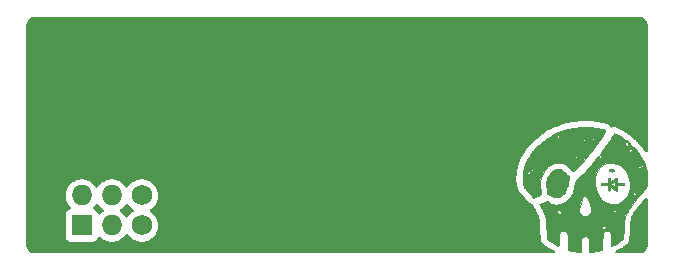
<source format=gbr>
%TF.GenerationSoftware,KiCad,Pcbnew,(6.0.7)*%
%TF.CreationDate,2022-09-05T18:40:36-05:00*%
%TF.ProjectId,Red Canary,52656420-4361-46e6-9172-792e6b696361,rev?*%
%TF.SameCoordinates,Original*%
%TF.FileFunction,Copper,L2,Bot*%
%TF.FilePolarity,Positive*%
%FSLAX46Y46*%
G04 Gerber Fmt 4.6, Leading zero omitted, Abs format (unit mm)*
G04 Created by KiCad (PCBNEW (6.0.7)) date 2022-09-05 18:40:36*
%MOMM*%
%LPD*%
G01*
G04 APERTURE LIST*
%TA.AperFunction,EtchedComponent*%
%ADD10C,0.010000*%
%TD*%
%TA.AperFunction,ComponentPad*%
%ADD11O,1.727200X1.727200*%
%TD*%
%TA.AperFunction,ComponentPad*%
%ADD12R,1.727200X1.727200*%
%TD*%
%TA.AperFunction,ComponentPad*%
%ADD13C,1.727200*%
%TD*%
G04 APERTURE END LIST*
%TO.C,G\u002A\u002A\u002A*%
G36*
X177547372Y-105115140D02*
G01*
X177633560Y-105234094D01*
X177773394Y-105427089D01*
X177879854Y-105609292D01*
X177944435Y-105719822D01*
X177983592Y-105803221D01*
X177989740Y-105817703D01*
X178058540Y-105979766D01*
X178138082Y-106183183D01*
X178207982Y-106377223D01*
X178210470Y-106384130D01*
X178217231Y-106403940D01*
X178272462Y-106570545D01*
X178310320Y-106703699D01*
X178334149Y-106825723D01*
X178345218Y-106937908D01*
X178347292Y-106958936D01*
X178349960Y-107035600D01*
X178353094Y-107125661D01*
X178354897Y-107348216D01*
X178355175Y-107428151D01*
X178354148Y-107594318D01*
X178351946Y-107638748D01*
X178347077Y-107737045D01*
X178330304Y-107858036D01*
X178329402Y-107864543D01*
X178296566Y-107985023D01*
X178244009Y-108106696D01*
X178167172Y-108237773D01*
X178105081Y-108325139D01*
X178061498Y-108386465D01*
X178022137Y-108435857D01*
X177922426Y-108560983D01*
X177773262Y-108736709D01*
X177745397Y-108769537D01*
X177525854Y-109020340D01*
X177259237Y-109321600D01*
X177221074Y-109364910D01*
X177040896Y-109580060D01*
X177009953Y-109617009D01*
X176940300Y-109712369D01*
X176853917Y-109830634D01*
X176845467Y-109842203D01*
X176715720Y-110060109D01*
X176686934Y-110122104D01*
X176608819Y-110290344D01*
X176512868Y-110552523D01*
X176506391Y-110572062D01*
X176506169Y-110572734D01*
X176474726Y-110669754D01*
X176456814Y-110725026D01*
X176450238Y-110747908D01*
X176420798Y-110850360D01*
X176395694Y-110966253D01*
X176379073Y-111090221D01*
X176375650Y-111138677D01*
X176369576Y-111224680D01*
X176368510Y-111239783D01*
X176362833Y-111397524D01*
X176361577Y-111432455D01*
X176355846Y-111685754D01*
X176355742Y-111690155D01*
X176355547Y-111698416D01*
X176351086Y-111887734D01*
X176344641Y-112100308D01*
X176337715Y-112277519D01*
X176330875Y-112405106D01*
X176324689Y-112468809D01*
X176322180Y-112475508D01*
X176271952Y-112529560D01*
X176170683Y-112608187D01*
X176033720Y-112701692D01*
X175876408Y-112800377D01*
X175714095Y-112894544D01*
X175562125Y-112974494D01*
X175435846Y-113030529D01*
X175328384Y-113071050D01*
X175328384Y-112599231D01*
X175327798Y-112509500D01*
X175315645Y-112247765D01*
X175284583Y-112053083D01*
X175230414Y-111917762D01*
X175148939Y-111834109D01*
X175035959Y-111794433D01*
X174887276Y-111791042D01*
X174867017Y-111792622D01*
X174766554Y-111810738D01*
X174704231Y-111857908D01*
X174647806Y-111956396D01*
X174636086Y-111982012D01*
X174608995Y-112061894D01*
X174588516Y-112165547D01*
X174572984Y-112306566D01*
X174560738Y-112498548D01*
X174550113Y-112755087D01*
X174527308Y-113400367D01*
X174390538Y-113436113D01*
X174317205Y-113454474D01*
X174172540Y-113488717D01*
X174019308Y-113523315D01*
X173916303Y-113543394D01*
X173753693Y-113567279D01*
X173622516Y-113577878D01*
X173460187Y-113580985D01*
X173446670Y-113041859D01*
X173440280Y-112840801D01*
X173430030Y-112665255D01*
X173415130Y-112542148D01*
X173393803Y-112457596D01*
X173364275Y-112397711D01*
X173305326Y-112329086D01*
X173182678Y-112264060D01*
X173047485Y-112263048D01*
X172917678Y-112324462D01*
X172811188Y-112446712D01*
X172809856Y-112449003D01*
X172776213Y-112517844D01*
X172753653Y-112597784D01*
X172740026Y-112705574D01*
X172733182Y-112857971D01*
X172730970Y-113071728D01*
X172729769Y-113561446D01*
X172573461Y-113571413D01*
X172521532Y-113571078D01*
X172384060Y-113557477D01*
X172210539Y-113530327D01*
X172026384Y-113493259D01*
X171635615Y-113405139D01*
X171634746Y-112760369D01*
X171633984Y-112584540D01*
X171630432Y-112379753D01*
X171622913Y-112230881D01*
X171610221Y-112124639D01*
X171591149Y-112047747D01*
X171564490Y-111986921D01*
X171538393Y-111952298D01*
X174117000Y-111952298D01*
X174117001Y-111952737D01*
X174139500Y-111978736D01*
X174203635Y-111943515D01*
X174305406Y-111849262D01*
X174343725Y-111807535D01*
X174397901Y-111736117D01*
X174409713Y-111698416D01*
X174405324Y-111696813D01*
X174359303Y-111718812D01*
X174285795Y-111774152D01*
X174206464Y-111844041D01*
X174142977Y-111909687D01*
X174117000Y-111952298D01*
X171538393Y-111952298D01*
X171493703Y-111893009D01*
X171367451Y-111811754D01*
X171225291Y-111786335D01*
X171121757Y-111811150D01*
X171087704Y-111819312D01*
X170975171Y-111913248D01*
X170960166Y-111934593D01*
X170930361Y-111991774D01*
X170909674Y-112066603D01*
X170895829Y-112174208D01*
X170886547Y-112329714D01*
X170879550Y-112548248D01*
X170871487Y-112769696D01*
X170858999Y-112940632D01*
X170842285Y-113040505D01*
X170820935Y-113072979D01*
X170819706Y-113072908D01*
X170766375Y-113052536D01*
X170660902Y-113001091D01*
X170517985Y-112926043D01*
X170352324Y-112834861D01*
X170257294Y-112780783D01*
X170093871Y-112681992D01*
X169983893Y-112603799D01*
X169915595Y-112537254D01*
X169877210Y-112473405D01*
X169876519Y-112471726D01*
X169853771Y-112377739D01*
X169838075Y-112222341D01*
X169829065Y-112000027D01*
X169827157Y-111790773D01*
X170452724Y-111790773D01*
X170461548Y-111810057D01*
X170515049Y-111851233D01*
X170573211Y-111836363D01*
X170592895Y-111811150D01*
X170588962Y-111763274D01*
X170518667Y-111744369D01*
X170471986Y-111753902D01*
X170452724Y-111790773D01*
X169827157Y-111790773D01*
X169826377Y-111705292D01*
X171381615Y-111705292D01*
X171382063Y-111714136D01*
X171398848Y-111744369D01*
X171405116Y-111742571D01*
X171440231Y-111705292D01*
X171446337Y-111690155D01*
X171422998Y-111666216D01*
X171411656Y-111667717D01*
X171381615Y-111705292D01*
X169826377Y-111705292D01*
X169824884Y-111535292D01*
X174198339Y-111535292D01*
X174213085Y-111585462D01*
X174233353Y-111605141D01*
X174304921Y-111625896D01*
X174330692Y-111624479D01*
X174344604Y-111610042D01*
X174295699Y-111567684D01*
X174283295Y-111560388D01*
X174538260Y-111560388D01*
X174580347Y-111610042D01*
X174602611Y-111636309D01*
X174633435Y-111654978D01*
X174671436Y-111657740D01*
X174723309Y-111625248D01*
X174810615Y-111548390D01*
X174896988Y-111461320D01*
X174930308Y-111397524D01*
X174896197Y-111363593D01*
X174794154Y-111353600D01*
X174702994Y-111363664D01*
X174598191Y-111409690D01*
X174563806Y-111451292D01*
X174540033Y-111480056D01*
X174538260Y-111560388D01*
X174283295Y-111560388D01*
X174234785Y-111531855D01*
X174198339Y-111535292D01*
X169824884Y-111535292D01*
X169824306Y-111469487D01*
X169823472Y-111451292D01*
X171342538Y-111451292D01*
X171362077Y-111470831D01*
X171381615Y-111451292D01*
X171362077Y-111431754D01*
X171342538Y-111451292D01*
X169823472Y-111451292D01*
X169808287Y-111120053D01*
X169803447Y-111079084D01*
X170566337Y-111079084D01*
X170575512Y-111134168D01*
X170639154Y-111158216D01*
X170684579Y-111165543D01*
X170717308Y-111197292D01*
X170718443Y-111206633D01*
X170756384Y-111236369D01*
X170773640Y-111235951D01*
X170791631Y-111224680D01*
X170784841Y-111181892D01*
X170770313Y-111138677D01*
X175250231Y-111138677D01*
X175269769Y-111158216D01*
X175289308Y-111138677D01*
X175269769Y-111119139D01*
X175250231Y-111138677D01*
X170770313Y-111138677D01*
X170752759Y-111086458D01*
X170727412Y-111023513D01*
X170690575Y-110987430D01*
X170635528Y-111003848D01*
X170612230Y-111018555D01*
X170566337Y-111079084D01*
X169803447Y-111079084D01*
X169772848Y-110820054D01*
X169756931Y-110747908D01*
X170756384Y-110747908D01*
X170775923Y-110767446D01*
X170795461Y-110747908D01*
X175758231Y-110747908D01*
X175777769Y-110767446D01*
X175797308Y-110747908D01*
X175777769Y-110728369D01*
X175758231Y-110747908D01*
X170795461Y-110747908D01*
X170775923Y-110728369D01*
X170756384Y-110747908D01*
X169756931Y-110747908D01*
X169748818Y-110711137D01*
X174234231Y-110711137D01*
X174235247Y-110715037D01*
X174273308Y-110728369D01*
X174284018Y-110726779D01*
X174312384Y-110686986D01*
X174309316Y-110672852D01*
X174273308Y-110669754D01*
X174261613Y-110677774D01*
X174234231Y-110711137D01*
X169748818Y-110711137D01*
X169730306Y-110627228D01*
X174828087Y-110627228D01*
X174857256Y-110671529D01*
X174920157Y-110682674D01*
X174960544Y-110669754D01*
X175641000Y-110669754D01*
X175660538Y-110689292D01*
X175680077Y-110669754D01*
X175660538Y-110650216D01*
X175641000Y-110669754D01*
X174960544Y-110669754D01*
X174986977Y-110661298D01*
X175027902Y-110608040D01*
X175034196Y-110576816D01*
X175022887Y-110551738D01*
X175805656Y-110551738D01*
X175808186Y-110576816D01*
X175810333Y-110598113D01*
X175822087Y-110604226D01*
X175836384Y-110572062D01*
X175833564Y-110551374D01*
X175810333Y-110546010D01*
X175805656Y-110551738D01*
X175022887Y-110551738D01*
X175017960Y-110540813D01*
X174944662Y-110540453D01*
X174872174Y-110563934D01*
X174829283Y-110612285D01*
X174828087Y-110627228D01*
X169730306Y-110627228D01*
X169713722Y-110552062D01*
X169626642Y-110298646D01*
X169557190Y-110149458D01*
X170589952Y-110149458D01*
X170668962Y-110228469D01*
X170681744Y-110239962D01*
X170781940Y-110297692D01*
X170904142Y-110336037D01*
X170998937Y-110349443D01*
X171044023Y-110340133D01*
X171048107Y-110302251D01*
X171042926Y-110272988D01*
X171032913Y-110191962D01*
X171005040Y-110142220D01*
X170935208Y-110081958D01*
X170880283Y-110051992D01*
X172562416Y-110051992D01*
X172597841Y-110192590D01*
X172667518Y-110302251D01*
X172679034Y-110320377D01*
X172807287Y-110449030D01*
X172928950Y-110529734D01*
X173098766Y-110572813D01*
X173265559Y-110546653D01*
X173414467Y-110454335D01*
X173530631Y-110298945D01*
X173576022Y-110189157D01*
X173602864Y-110025035D01*
X174450132Y-110025035D01*
X174456027Y-110087420D01*
X174459916Y-110095764D01*
X174505503Y-110134129D01*
X174559714Y-110140109D01*
X174585923Y-110107923D01*
X174585425Y-110101771D01*
X174561074Y-110060774D01*
X175445615Y-110060774D01*
X175464974Y-110107923D01*
X175470517Y-110121424D01*
X175543483Y-110176080D01*
X175631231Y-110190375D01*
X175701822Y-110167006D01*
X175709592Y-110122104D01*
X175646651Y-110049637D01*
X175624099Y-110033087D01*
X175546445Y-110008748D01*
X175476199Y-110018573D01*
X175445615Y-110060774D01*
X174561074Y-110060774D01*
X174554872Y-110050333D01*
X174501098Y-110010921D01*
X174458020Y-110009606D01*
X174455010Y-110015493D01*
X174450132Y-110025035D01*
X173602864Y-110025035D01*
X173604425Y-110015493D01*
X173596887Y-109939150D01*
X174664318Y-109939150D01*
X174691856Y-109946831D01*
X174726746Y-109933310D01*
X174786292Y-109878446D01*
X174812385Y-109844238D01*
X174814913Y-109830634D01*
X174761769Y-109867389D01*
X174708046Y-109906590D01*
X174667333Y-109935773D01*
X174664318Y-109939150D01*
X173596887Y-109939150D01*
X173584713Y-109815843D01*
X173550010Y-109692045D01*
X176626272Y-109692045D01*
X176630949Y-109738421D01*
X176642702Y-109744534D01*
X176657000Y-109712369D01*
X176654180Y-109691682D01*
X176630949Y-109686318D01*
X176626272Y-109692045D01*
X173550010Y-109692045D01*
X173522198Y-109592832D01*
X174156077Y-109592832D01*
X174160111Y-109614475D01*
X174199607Y-109654082D01*
X174248319Y-109646179D01*
X174258928Y-109634012D01*
X174268585Y-109580060D01*
X174214692Y-109556062D01*
X174187762Y-109560199D01*
X174156077Y-109592832D01*
X173522198Y-109592832D01*
X173516548Y-109572675D01*
X173414280Y-109295302D01*
X173364146Y-109184831D01*
X173960692Y-109184831D01*
X173980231Y-109204369D01*
X173999769Y-109184831D01*
X173980231Y-109165292D01*
X173960692Y-109184831D01*
X173364146Y-109184831D01*
X173312364Y-109070727D01*
X173216639Y-108918491D01*
X173125381Y-108835891D01*
X173036866Y-108820221D01*
X173031568Y-108821329D01*
X172994056Y-108837052D01*
X172957702Y-108873149D01*
X172916880Y-108940215D01*
X172865963Y-109048846D01*
X172799324Y-109209637D01*
X172711335Y-109433183D01*
X172623699Y-109677654D01*
X172571466Y-109884905D01*
X172567053Y-109966369D01*
X172562416Y-110051992D01*
X170880283Y-110051992D01*
X170867301Y-110044909D01*
X170805242Y-110044594D01*
X170715223Y-110084678D01*
X170589952Y-110149458D01*
X169557190Y-110149458D01*
X169507340Y-110042376D01*
X169464523Y-109966369D01*
X170717308Y-109966369D01*
X170736846Y-109985908D01*
X170756384Y-109966369D01*
X170736846Y-109946831D01*
X170717308Y-109966369D01*
X169464523Y-109966369D01*
X169351550Y-109765823D01*
X169231253Y-109565276D01*
X169529474Y-109423651D01*
X169827696Y-109282027D01*
X170031175Y-109398446D01*
X170042700Y-109404986D01*
X170324316Y-109529020D01*
X170601732Y-109578852D01*
X170886572Y-109556630D01*
X171088341Y-109504082D01*
X171398653Y-109362921D01*
X171665646Y-109158706D01*
X171887445Y-108893882D01*
X172062178Y-108570893D01*
X172187973Y-108192184D01*
X172262956Y-107760198D01*
X172267401Y-107719693D01*
X172286580Y-107595427D01*
X172290883Y-107584118D01*
X173910526Y-107584118D01*
X173916852Y-107926238D01*
X173976660Y-108246985D01*
X174019753Y-108376602D01*
X174154192Y-108663736D01*
X174330308Y-108931396D01*
X174536043Y-109164980D01*
X174560015Y-109184831D01*
X174759337Y-109349889D01*
X174988128Y-109471520D01*
X175305469Y-109556493D01*
X175611536Y-109567508D01*
X175899733Y-109502481D01*
X176169404Y-109361560D01*
X176215602Y-109321600D01*
X177008692Y-109321600D01*
X177015305Y-109339577D01*
X177067308Y-109360677D01*
X177094272Y-109356268D01*
X177125923Y-109321600D01*
X177119310Y-109303624D01*
X177067308Y-109282523D01*
X177040343Y-109286932D01*
X177008692Y-109321600D01*
X176215602Y-109321600D01*
X176419895Y-109144894D01*
X176455034Y-109106997D01*
X176627082Y-108886696D01*
X176684897Y-108774395D01*
X177146919Y-108774395D01*
X177152238Y-108811009D01*
X177183016Y-108776987D01*
X177183190Y-108776710D01*
X177236391Y-108753543D01*
X177327355Y-108756050D01*
X177388175Y-108759940D01*
X177431018Y-108736709D01*
X177411193Y-108691143D01*
X177328549Y-108638257D01*
X177277053Y-108599919D01*
X177240516Y-108501488D01*
X177234990Y-108472102D01*
X177216080Y-108499404D01*
X177210257Y-108518217D01*
X177185356Y-108598677D01*
X177175361Y-108637754D01*
X177167016Y-108670387D01*
X177146919Y-108774395D01*
X176684897Y-108774395D01*
X176747267Y-108653246D01*
X176752013Y-108637754D01*
X177047769Y-108637754D01*
X177067308Y-108657292D01*
X177086846Y-108637754D01*
X177067308Y-108618216D01*
X177047769Y-108637754D01*
X176752013Y-108637754D01*
X176781232Y-108542368D01*
X177047769Y-108542368D01*
X177048888Y-108551092D01*
X177086846Y-108579139D01*
X177105521Y-108571683D01*
X177125923Y-108518217D01*
X177120300Y-108490305D01*
X177086846Y-108481446D01*
X177076174Y-108489445D01*
X177047769Y-108542368D01*
X176781232Y-108542368D01*
X176810259Y-108447610D01*
X177484527Y-108447610D01*
X177516692Y-108461908D01*
X177537379Y-108459088D01*
X177542743Y-108435857D01*
X177537016Y-108431180D01*
X177490641Y-108435857D01*
X177484527Y-108447610D01*
X176810259Y-108447610D01*
X176832435Y-108375215D01*
X176842708Y-108325139D01*
X177243154Y-108325139D01*
X177262692Y-108344677D01*
X177282231Y-108325139D01*
X177262692Y-108305600D01*
X177243154Y-108325139D01*
X176842708Y-108325139D01*
X176857840Y-108251381D01*
X176889274Y-107858036D01*
X176869416Y-107676365D01*
X177213388Y-107676365D01*
X177214543Y-107762941D01*
X177221449Y-107797600D01*
X177244284Y-107766201D01*
X177260293Y-107690194D01*
X177264456Y-107604047D01*
X177257073Y-107565683D01*
X177956119Y-107565683D01*
X177966077Y-107602216D01*
X177967348Y-107604047D01*
X177974105Y-107613783D01*
X178009766Y-107641292D01*
X178015111Y-107638748D01*
X178005154Y-107602216D01*
X177997125Y-107590648D01*
X177961464Y-107563139D01*
X177956119Y-107565683D01*
X177257073Y-107565683D01*
X177252567Y-107542269D01*
X177243754Y-107530195D01*
X177224445Y-107547343D01*
X177214445Y-107641439D01*
X177213388Y-107676365D01*
X176869416Y-107676365D01*
X176847268Y-107473752D01*
X176734360Y-107107729D01*
X176668578Y-106984866D01*
X176855339Y-106984866D01*
X176875554Y-107055474D01*
X176894800Y-107096089D01*
X176919896Y-107111812D01*
X176958007Y-107059324D01*
X176965618Y-107046758D01*
X176975330Y-107016062D01*
X177594846Y-107016062D01*
X177601459Y-107034038D01*
X177653461Y-107055139D01*
X177680426Y-107050730D01*
X177694239Y-107035600D01*
X177751154Y-107035600D01*
X177770692Y-107055139D01*
X177790231Y-107035600D01*
X177770692Y-107016062D01*
X177751154Y-107035600D01*
X177694239Y-107035600D01*
X177712077Y-107016062D01*
X177705464Y-106998085D01*
X177653461Y-106976985D01*
X177626497Y-106981393D01*
X177617928Y-106990778D01*
X177594846Y-107016062D01*
X176975330Y-107016062D01*
X176983329Y-106990778D01*
X176942645Y-106960002D01*
X176908800Y-106950752D01*
X176860191Y-106956152D01*
X176855339Y-106984866D01*
X176668578Y-106984866D01*
X176643436Y-106937908D01*
X177145461Y-106937908D01*
X177153460Y-106948580D01*
X177206383Y-106976985D01*
X177215107Y-106975866D01*
X177243154Y-106937908D01*
X177235698Y-106919233D01*
X177182232Y-106898831D01*
X177154320Y-106904454D01*
X177145461Y-106937908D01*
X176643436Y-106937908D01*
X176553089Y-106769165D01*
X176305993Y-106467257D01*
X176298706Y-106459978D01*
X176232987Y-106406670D01*
X177612843Y-106406670D01*
X177613327Y-106467273D01*
X177622733Y-106480568D01*
X177682286Y-106504679D01*
X177761008Y-106453548D01*
X177814903Y-106423543D01*
X177920107Y-106419026D01*
X177929977Y-106420821D01*
X178003642Y-106420019D01*
X178024692Y-106377223D01*
X178019338Y-106344824D01*
X177969754Y-106284074D01*
X177894740Y-106263195D01*
X177827758Y-106295445D01*
X177827150Y-106295738D01*
X177790905Y-106325825D01*
X177728212Y-106336317D01*
X177719278Y-106333760D01*
X177657566Y-106351444D01*
X177612843Y-106406670D01*
X176232987Y-106406670D01*
X176094766Y-106294553D01*
X177146138Y-106294553D01*
X177186737Y-106327652D01*
X177236003Y-106345026D01*
X177274813Y-106342998D01*
X177282231Y-106295445D01*
X177273321Y-106248325D01*
X177228572Y-106215442D01*
X177168430Y-106249928D01*
X177146138Y-106294553D01*
X176094766Y-106294553D01*
X176036269Y-106247103D01*
X175754627Y-106104071D01*
X175462955Y-106030031D01*
X175170428Y-106024132D01*
X174886221Y-106085524D01*
X174619508Y-106213354D01*
X174379464Y-106406771D01*
X174175265Y-106664925D01*
X174047250Y-106924002D01*
X173954916Y-107242687D01*
X173910526Y-107584118D01*
X172290883Y-107584118D01*
X172319620Y-107508593D01*
X172381861Y-107429974D01*
X172488644Y-107330352D01*
X172643807Y-107186787D01*
X172878380Y-106957009D01*
X173132927Y-106696299D01*
X173391841Y-106421303D01*
X173639512Y-106148669D01*
X173860332Y-105895047D01*
X173914005Y-105829456D01*
X176781143Y-105829456D01*
X176813308Y-105843754D01*
X176833995Y-105840934D01*
X176839359Y-105817703D01*
X176833631Y-105813026D01*
X176787256Y-105817703D01*
X176781143Y-105829456D01*
X173914005Y-105829456D01*
X174038692Y-105677083D01*
X174054677Y-105656894D01*
X174138352Y-105561074D01*
X174201024Y-105505400D01*
X174230167Y-105501369D01*
X174284637Y-105574807D01*
X174380769Y-105608694D01*
X174407719Y-105588969D01*
X174633349Y-105588969D01*
X174638026Y-105635344D01*
X174649779Y-105641457D01*
X174664077Y-105609292D01*
X174661257Y-105588605D01*
X174638026Y-105583241D01*
X174633349Y-105588969D01*
X174407719Y-105588969D01*
X174418256Y-105581257D01*
X174428277Y-105513135D01*
X174410484Y-105436262D01*
X174366849Y-105382666D01*
X174355590Y-105373909D01*
X174348149Y-105343394D01*
X174367970Y-105289202D01*
X174420352Y-105201922D01*
X174460922Y-105143576D01*
X176774231Y-105143576D01*
X176774298Y-105144937D01*
X176804052Y-105151103D01*
X176871621Y-105117435D01*
X176941094Y-105085733D01*
X177018434Y-105077082D01*
X177067826Y-105097109D01*
X177065832Y-105142757D01*
X177050171Y-105158512D01*
X176988058Y-105164895D01*
X176960037Y-105161082D01*
X176896904Y-105192426D01*
X176885919Y-105213749D01*
X176914967Y-105234022D01*
X177011278Y-105239838D01*
X177043866Y-105239707D01*
X177130320Y-105237718D01*
X177165000Y-105234094D01*
X177162722Y-105226036D01*
X177142405Y-105165483D01*
X177107875Y-105066440D01*
X177094998Y-105026348D01*
X177071156Y-104914240D01*
X177071749Y-104836835D01*
X177079699Y-104810525D01*
X177080827Y-104790923D01*
X177048778Y-104837523D01*
X176997724Y-104881037D01*
X176904501Y-104905908D01*
X176877939Y-104906623D01*
X176824188Y-104925867D01*
X176824620Y-104984023D01*
X176829856Y-105033480D01*
X176809639Y-105084021D01*
X176802468Y-105089235D01*
X176774231Y-105143576D01*
X174460922Y-105143576D01*
X174510592Y-105072144D01*
X174643991Y-104890458D01*
X174786766Y-104693291D01*
X174859461Y-104693291D01*
X174859842Y-104698754D01*
X174882462Y-104707359D01*
X174921808Y-104665409D01*
X174931316Y-104643571D01*
X174904576Y-104648176D01*
X174887217Y-104660239D01*
X174859461Y-104693291D01*
X174786766Y-104693291D01*
X174793730Y-104683674D01*
X174951844Y-104456523D01*
X175015769Y-104456523D01*
X175035308Y-104476062D01*
X175054846Y-104456523D01*
X175035308Y-104436985D01*
X175015769Y-104456523D01*
X174951844Y-104456523D01*
X174960846Y-104443591D01*
X175031978Y-104337762D01*
X176453772Y-104337762D01*
X176459173Y-104372019D01*
X176478179Y-104398558D01*
X176494006Y-104456523D01*
X176500692Y-104481015D01*
X176501330Y-104488196D01*
X176541172Y-104551099D01*
X176623927Y-104609969D01*
X176661494Y-104628095D01*
X176701663Y-104643571D01*
X176758847Y-104665603D01*
X176800391Y-104663217D01*
X176780651Y-104620567D01*
X176760967Y-104580843D01*
X176758199Y-104493567D01*
X176763934Y-104462578D01*
X176743279Y-104365108D01*
X176666260Y-104308275D01*
X176546930Y-104304645D01*
X176519675Y-104310615D01*
X176453772Y-104337762D01*
X175031978Y-104337762D01*
X175120891Y-104205480D01*
X175198125Y-104085292D01*
X176129461Y-104085292D01*
X176137482Y-104096987D01*
X176170845Y-104124369D01*
X176174744Y-104123353D01*
X176188077Y-104085292D01*
X176186487Y-104074582D01*
X176146694Y-104046216D01*
X176132560Y-104049284D01*
X176129461Y-104085292D01*
X175198125Y-104085292D01*
X175253436Y-103999219D01*
X175272505Y-103968529D01*
X175372130Y-103809066D01*
X175455399Y-103677196D01*
X175514077Y-103585888D01*
X175539927Y-103548109D01*
X175552337Y-103546129D01*
X175621298Y-103569020D01*
X175736025Y-103623457D01*
X175882881Y-103701751D01*
X176048225Y-103796218D01*
X176218420Y-103899170D01*
X176379826Y-104002921D01*
X176498012Y-104085292D01*
X176518805Y-104099784D01*
X176684713Y-104229106D01*
X176988502Y-104499638D01*
X177147486Y-104663217D01*
X177280898Y-104800486D01*
X177547372Y-105115140D01*
G37*
D10*
X177547372Y-105115140D02*
X177633560Y-105234094D01*
X177773394Y-105427089D01*
X177879854Y-105609292D01*
X177944435Y-105719822D01*
X177983592Y-105803221D01*
X177989740Y-105817703D01*
X178058540Y-105979766D01*
X178138082Y-106183183D01*
X178207982Y-106377223D01*
X178210470Y-106384130D01*
X178217231Y-106403940D01*
X178272462Y-106570545D01*
X178310320Y-106703699D01*
X178334149Y-106825723D01*
X178345218Y-106937908D01*
X178347292Y-106958936D01*
X178349960Y-107035600D01*
X178353094Y-107125661D01*
X178354897Y-107348216D01*
X178355175Y-107428151D01*
X178354148Y-107594318D01*
X178351946Y-107638748D01*
X178347077Y-107737045D01*
X178330304Y-107858036D01*
X178329402Y-107864543D01*
X178296566Y-107985023D01*
X178244009Y-108106696D01*
X178167172Y-108237773D01*
X178105081Y-108325139D01*
X178061498Y-108386465D01*
X178022137Y-108435857D01*
X177922426Y-108560983D01*
X177773262Y-108736709D01*
X177745397Y-108769537D01*
X177525854Y-109020340D01*
X177259237Y-109321600D01*
X177221074Y-109364910D01*
X177040896Y-109580060D01*
X177009953Y-109617009D01*
X176940300Y-109712369D01*
X176853917Y-109830634D01*
X176845467Y-109842203D01*
X176715720Y-110060109D01*
X176686934Y-110122104D01*
X176608819Y-110290344D01*
X176512868Y-110552523D01*
X176506391Y-110572062D01*
X176506169Y-110572734D01*
X176474726Y-110669754D01*
X176456814Y-110725026D01*
X176450238Y-110747908D01*
X176420798Y-110850360D01*
X176395694Y-110966253D01*
X176379073Y-111090221D01*
X176375650Y-111138677D01*
X176369576Y-111224680D01*
X176368510Y-111239783D01*
X176362833Y-111397524D01*
X176361577Y-111432455D01*
X176355846Y-111685754D01*
X176355742Y-111690155D01*
X176355547Y-111698416D01*
X176351086Y-111887734D01*
X176344641Y-112100308D01*
X176337715Y-112277519D01*
X176330875Y-112405106D01*
X176324689Y-112468809D01*
X176322180Y-112475508D01*
X176271952Y-112529560D01*
X176170683Y-112608187D01*
X176033720Y-112701692D01*
X175876408Y-112800377D01*
X175714095Y-112894544D01*
X175562125Y-112974494D01*
X175435846Y-113030529D01*
X175328384Y-113071050D01*
X175328384Y-112599231D01*
X175327798Y-112509500D01*
X175315645Y-112247765D01*
X175284583Y-112053083D01*
X175230414Y-111917762D01*
X175148939Y-111834109D01*
X175035959Y-111794433D01*
X174887276Y-111791042D01*
X174867017Y-111792622D01*
X174766554Y-111810738D01*
X174704231Y-111857908D01*
X174647806Y-111956396D01*
X174636086Y-111982012D01*
X174608995Y-112061894D01*
X174588516Y-112165547D01*
X174572984Y-112306566D01*
X174560738Y-112498548D01*
X174550113Y-112755087D01*
X174527308Y-113400367D01*
X174390538Y-113436113D01*
X174317205Y-113454474D01*
X174172540Y-113488717D01*
X174019308Y-113523315D01*
X173916303Y-113543394D01*
X173753693Y-113567279D01*
X173622516Y-113577878D01*
X173460187Y-113580985D01*
X173446670Y-113041859D01*
X173440280Y-112840801D01*
X173430030Y-112665255D01*
X173415130Y-112542148D01*
X173393803Y-112457596D01*
X173364275Y-112397711D01*
X173305326Y-112329086D01*
X173182678Y-112264060D01*
X173047485Y-112263048D01*
X172917678Y-112324462D01*
X172811188Y-112446712D01*
X172809856Y-112449003D01*
X172776213Y-112517844D01*
X172753653Y-112597784D01*
X172740026Y-112705574D01*
X172733182Y-112857971D01*
X172730970Y-113071728D01*
X172729769Y-113561446D01*
X172573461Y-113571413D01*
X172521532Y-113571078D01*
X172384060Y-113557477D01*
X172210539Y-113530327D01*
X172026384Y-113493259D01*
X171635615Y-113405139D01*
X171634746Y-112760369D01*
X171633984Y-112584540D01*
X171630432Y-112379753D01*
X171622913Y-112230881D01*
X171610221Y-112124639D01*
X171591149Y-112047747D01*
X171564490Y-111986921D01*
X171538393Y-111952298D01*
X174117000Y-111952298D01*
X174117001Y-111952737D01*
X174139500Y-111978736D01*
X174203635Y-111943515D01*
X174305406Y-111849262D01*
X174343725Y-111807535D01*
X174397901Y-111736117D01*
X174409713Y-111698416D01*
X174405324Y-111696813D01*
X174359303Y-111718812D01*
X174285795Y-111774152D01*
X174206464Y-111844041D01*
X174142977Y-111909687D01*
X174117000Y-111952298D01*
X171538393Y-111952298D01*
X171493703Y-111893009D01*
X171367451Y-111811754D01*
X171225291Y-111786335D01*
X171121757Y-111811150D01*
X171087704Y-111819312D01*
X170975171Y-111913248D01*
X170960166Y-111934593D01*
X170930361Y-111991774D01*
X170909674Y-112066603D01*
X170895829Y-112174208D01*
X170886547Y-112329714D01*
X170879550Y-112548248D01*
X170871487Y-112769696D01*
X170858999Y-112940632D01*
X170842285Y-113040505D01*
X170820935Y-113072979D01*
X170819706Y-113072908D01*
X170766375Y-113052536D01*
X170660902Y-113001091D01*
X170517985Y-112926043D01*
X170352324Y-112834861D01*
X170257294Y-112780783D01*
X170093871Y-112681992D01*
X169983893Y-112603799D01*
X169915595Y-112537254D01*
X169877210Y-112473405D01*
X169876519Y-112471726D01*
X169853771Y-112377739D01*
X169838075Y-112222341D01*
X169829065Y-112000027D01*
X169827157Y-111790773D01*
X170452724Y-111790773D01*
X170461548Y-111810057D01*
X170515049Y-111851233D01*
X170573211Y-111836363D01*
X170592895Y-111811150D01*
X170588962Y-111763274D01*
X170518667Y-111744369D01*
X170471986Y-111753902D01*
X170452724Y-111790773D01*
X169827157Y-111790773D01*
X169826377Y-111705292D01*
X171381615Y-111705292D01*
X171382063Y-111714136D01*
X171398848Y-111744369D01*
X171405116Y-111742571D01*
X171440231Y-111705292D01*
X171446337Y-111690155D01*
X171422998Y-111666216D01*
X171411656Y-111667717D01*
X171381615Y-111705292D01*
X169826377Y-111705292D01*
X169824884Y-111535292D01*
X174198339Y-111535292D01*
X174213085Y-111585462D01*
X174233353Y-111605141D01*
X174304921Y-111625896D01*
X174330692Y-111624479D01*
X174344604Y-111610042D01*
X174295699Y-111567684D01*
X174283295Y-111560388D01*
X174538260Y-111560388D01*
X174580347Y-111610042D01*
X174602611Y-111636309D01*
X174633435Y-111654978D01*
X174671436Y-111657740D01*
X174723309Y-111625248D01*
X174810615Y-111548390D01*
X174896988Y-111461320D01*
X174930308Y-111397524D01*
X174896197Y-111363593D01*
X174794154Y-111353600D01*
X174702994Y-111363664D01*
X174598191Y-111409690D01*
X174563806Y-111451292D01*
X174540033Y-111480056D01*
X174538260Y-111560388D01*
X174283295Y-111560388D01*
X174234785Y-111531855D01*
X174198339Y-111535292D01*
X169824884Y-111535292D01*
X169824306Y-111469487D01*
X169823472Y-111451292D01*
X171342538Y-111451292D01*
X171362077Y-111470831D01*
X171381615Y-111451292D01*
X171362077Y-111431754D01*
X171342538Y-111451292D01*
X169823472Y-111451292D01*
X169808287Y-111120053D01*
X169803447Y-111079084D01*
X170566337Y-111079084D01*
X170575512Y-111134168D01*
X170639154Y-111158216D01*
X170684579Y-111165543D01*
X170717308Y-111197292D01*
X170718443Y-111206633D01*
X170756384Y-111236369D01*
X170773640Y-111235951D01*
X170791631Y-111224680D01*
X170784841Y-111181892D01*
X170770313Y-111138677D01*
X175250231Y-111138677D01*
X175269769Y-111158216D01*
X175289308Y-111138677D01*
X175269769Y-111119139D01*
X175250231Y-111138677D01*
X170770313Y-111138677D01*
X170752759Y-111086458D01*
X170727412Y-111023513D01*
X170690575Y-110987430D01*
X170635528Y-111003848D01*
X170612230Y-111018555D01*
X170566337Y-111079084D01*
X169803447Y-111079084D01*
X169772848Y-110820054D01*
X169756931Y-110747908D01*
X170756384Y-110747908D01*
X170775923Y-110767446D01*
X170795461Y-110747908D01*
X175758231Y-110747908D01*
X175777769Y-110767446D01*
X175797308Y-110747908D01*
X175777769Y-110728369D01*
X175758231Y-110747908D01*
X170795461Y-110747908D01*
X170775923Y-110728369D01*
X170756384Y-110747908D01*
X169756931Y-110747908D01*
X169748818Y-110711137D01*
X174234231Y-110711137D01*
X174235247Y-110715037D01*
X174273308Y-110728369D01*
X174284018Y-110726779D01*
X174312384Y-110686986D01*
X174309316Y-110672852D01*
X174273308Y-110669754D01*
X174261613Y-110677774D01*
X174234231Y-110711137D01*
X169748818Y-110711137D01*
X169730306Y-110627228D01*
X174828087Y-110627228D01*
X174857256Y-110671529D01*
X174920157Y-110682674D01*
X174960544Y-110669754D01*
X175641000Y-110669754D01*
X175660538Y-110689292D01*
X175680077Y-110669754D01*
X175660538Y-110650216D01*
X175641000Y-110669754D01*
X174960544Y-110669754D01*
X174986977Y-110661298D01*
X175027902Y-110608040D01*
X175034196Y-110576816D01*
X175022887Y-110551738D01*
X175805656Y-110551738D01*
X175808186Y-110576816D01*
X175810333Y-110598113D01*
X175822087Y-110604226D01*
X175836384Y-110572062D01*
X175833564Y-110551374D01*
X175810333Y-110546010D01*
X175805656Y-110551738D01*
X175022887Y-110551738D01*
X175017960Y-110540813D01*
X174944662Y-110540453D01*
X174872174Y-110563934D01*
X174829283Y-110612285D01*
X174828087Y-110627228D01*
X169730306Y-110627228D01*
X169713722Y-110552062D01*
X169626642Y-110298646D01*
X169557190Y-110149458D01*
X170589952Y-110149458D01*
X170668962Y-110228469D01*
X170681744Y-110239962D01*
X170781940Y-110297692D01*
X170904142Y-110336037D01*
X170998937Y-110349443D01*
X171044023Y-110340133D01*
X171048107Y-110302251D01*
X171042926Y-110272988D01*
X171032913Y-110191962D01*
X171005040Y-110142220D01*
X170935208Y-110081958D01*
X170880283Y-110051992D01*
X172562416Y-110051992D01*
X172597841Y-110192590D01*
X172667518Y-110302251D01*
X172679034Y-110320377D01*
X172807287Y-110449030D01*
X172928950Y-110529734D01*
X173098766Y-110572813D01*
X173265559Y-110546653D01*
X173414467Y-110454335D01*
X173530631Y-110298945D01*
X173576022Y-110189157D01*
X173602864Y-110025035D01*
X174450132Y-110025035D01*
X174456027Y-110087420D01*
X174459916Y-110095764D01*
X174505503Y-110134129D01*
X174559714Y-110140109D01*
X174585923Y-110107923D01*
X174585425Y-110101771D01*
X174561074Y-110060774D01*
X175445615Y-110060774D01*
X175464974Y-110107923D01*
X175470517Y-110121424D01*
X175543483Y-110176080D01*
X175631231Y-110190375D01*
X175701822Y-110167006D01*
X175709592Y-110122104D01*
X175646651Y-110049637D01*
X175624099Y-110033087D01*
X175546445Y-110008748D01*
X175476199Y-110018573D01*
X175445615Y-110060774D01*
X174561074Y-110060774D01*
X174554872Y-110050333D01*
X174501098Y-110010921D01*
X174458020Y-110009606D01*
X174455010Y-110015493D01*
X174450132Y-110025035D01*
X173602864Y-110025035D01*
X173604425Y-110015493D01*
X173596887Y-109939150D01*
X174664318Y-109939150D01*
X174691856Y-109946831D01*
X174726746Y-109933310D01*
X174786292Y-109878446D01*
X174812385Y-109844238D01*
X174814913Y-109830634D01*
X174761769Y-109867389D01*
X174708046Y-109906590D01*
X174667333Y-109935773D01*
X174664318Y-109939150D01*
X173596887Y-109939150D01*
X173584713Y-109815843D01*
X173550010Y-109692045D01*
X176626272Y-109692045D01*
X176630949Y-109738421D01*
X176642702Y-109744534D01*
X176657000Y-109712369D01*
X176654180Y-109691682D01*
X176630949Y-109686318D01*
X176626272Y-109692045D01*
X173550010Y-109692045D01*
X173522198Y-109592832D01*
X174156077Y-109592832D01*
X174160111Y-109614475D01*
X174199607Y-109654082D01*
X174248319Y-109646179D01*
X174258928Y-109634012D01*
X174268585Y-109580060D01*
X174214692Y-109556062D01*
X174187762Y-109560199D01*
X174156077Y-109592832D01*
X173522198Y-109592832D01*
X173516548Y-109572675D01*
X173414280Y-109295302D01*
X173364146Y-109184831D01*
X173960692Y-109184831D01*
X173980231Y-109204369D01*
X173999769Y-109184831D01*
X173980231Y-109165292D01*
X173960692Y-109184831D01*
X173364146Y-109184831D01*
X173312364Y-109070727D01*
X173216639Y-108918491D01*
X173125381Y-108835891D01*
X173036866Y-108820221D01*
X173031568Y-108821329D01*
X172994056Y-108837052D01*
X172957702Y-108873149D01*
X172916880Y-108940215D01*
X172865963Y-109048846D01*
X172799324Y-109209637D01*
X172711335Y-109433183D01*
X172623699Y-109677654D01*
X172571466Y-109884905D01*
X172567053Y-109966369D01*
X172562416Y-110051992D01*
X170880283Y-110051992D01*
X170867301Y-110044909D01*
X170805242Y-110044594D01*
X170715223Y-110084678D01*
X170589952Y-110149458D01*
X169557190Y-110149458D01*
X169507340Y-110042376D01*
X169464523Y-109966369D01*
X170717308Y-109966369D01*
X170736846Y-109985908D01*
X170756384Y-109966369D01*
X170736846Y-109946831D01*
X170717308Y-109966369D01*
X169464523Y-109966369D01*
X169351550Y-109765823D01*
X169231253Y-109565276D01*
X169529474Y-109423651D01*
X169827696Y-109282027D01*
X170031175Y-109398446D01*
X170042700Y-109404986D01*
X170324316Y-109529020D01*
X170601732Y-109578852D01*
X170886572Y-109556630D01*
X171088341Y-109504082D01*
X171398653Y-109362921D01*
X171665646Y-109158706D01*
X171887445Y-108893882D01*
X172062178Y-108570893D01*
X172187973Y-108192184D01*
X172262956Y-107760198D01*
X172267401Y-107719693D01*
X172286580Y-107595427D01*
X172290883Y-107584118D01*
X173910526Y-107584118D01*
X173916852Y-107926238D01*
X173976660Y-108246985D01*
X174019753Y-108376602D01*
X174154192Y-108663736D01*
X174330308Y-108931396D01*
X174536043Y-109164980D01*
X174560015Y-109184831D01*
X174759337Y-109349889D01*
X174988128Y-109471520D01*
X175305469Y-109556493D01*
X175611536Y-109567508D01*
X175899733Y-109502481D01*
X176169404Y-109361560D01*
X176215602Y-109321600D01*
X177008692Y-109321600D01*
X177015305Y-109339577D01*
X177067308Y-109360677D01*
X177094272Y-109356268D01*
X177125923Y-109321600D01*
X177119310Y-109303624D01*
X177067308Y-109282523D01*
X177040343Y-109286932D01*
X177008692Y-109321600D01*
X176215602Y-109321600D01*
X176419895Y-109144894D01*
X176455034Y-109106997D01*
X176627082Y-108886696D01*
X176684897Y-108774395D01*
X177146919Y-108774395D01*
X177152238Y-108811009D01*
X177183016Y-108776987D01*
X177183190Y-108776710D01*
X177236391Y-108753543D01*
X177327355Y-108756050D01*
X177388175Y-108759940D01*
X177431018Y-108736709D01*
X177411193Y-108691143D01*
X177328549Y-108638257D01*
X177277053Y-108599919D01*
X177240516Y-108501488D01*
X177234990Y-108472102D01*
X177216080Y-108499404D01*
X177210257Y-108518217D01*
X177185356Y-108598677D01*
X177175361Y-108637754D01*
X177167016Y-108670387D01*
X177146919Y-108774395D01*
X176684897Y-108774395D01*
X176747267Y-108653246D01*
X176752013Y-108637754D01*
X177047769Y-108637754D01*
X177067308Y-108657292D01*
X177086846Y-108637754D01*
X177067308Y-108618216D01*
X177047769Y-108637754D01*
X176752013Y-108637754D01*
X176781232Y-108542368D01*
X177047769Y-108542368D01*
X177048888Y-108551092D01*
X177086846Y-108579139D01*
X177105521Y-108571683D01*
X177125923Y-108518217D01*
X177120300Y-108490305D01*
X177086846Y-108481446D01*
X177076174Y-108489445D01*
X177047769Y-108542368D01*
X176781232Y-108542368D01*
X176810259Y-108447610D01*
X177484527Y-108447610D01*
X177516692Y-108461908D01*
X177537379Y-108459088D01*
X177542743Y-108435857D01*
X177537016Y-108431180D01*
X177490641Y-108435857D01*
X177484527Y-108447610D01*
X176810259Y-108447610D01*
X176832435Y-108375215D01*
X176842708Y-108325139D01*
X177243154Y-108325139D01*
X177262692Y-108344677D01*
X177282231Y-108325139D01*
X177262692Y-108305600D01*
X177243154Y-108325139D01*
X176842708Y-108325139D01*
X176857840Y-108251381D01*
X176889274Y-107858036D01*
X176869416Y-107676365D01*
X177213388Y-107676365D01*
X177214543Y-107762941D01*
X177221449Y-107797600D01*
X177244284Y-107766201D01*
X177260293Y-107690194D01*
X177264456Y-107604047D01*
X177257073Y-107565683D01*
X177956119Y-107565683D01*
X177966077Y-107602216D01*
X177967348Y-107604047D01*
X177974105Y-107613783D01*
X178009766Y-107641292D01*
X178015111Y-107638748D01*
X178005154Y-107602216D01*
X177997125Y-107590648D01*
X177961464Y-107563139D01*
X177956119Y-107565683D01*
X177257073Y-107565683D01*
X177252567Y-107542269D01*
X177243754Y-107530195D01*
X177224445Y-107547343D01*
X177214445Y-107641439D01*
X177213388Y-107676365D01*
X176869416Y-107676365D01*
X176847268Y-107473752D01*
X176734360Y-107107729D01*
X176668578Y-106984866D01*
X176855339Y-106984866D01*
X176875554Y-107055474D01*
X176894800Y-107096089D01*
X176919896Y-107111812D01*
X176958007Y-107059324D01*
X176965618Y-107046758D01*
X176975330Y-107016062D01*
X177594846Y-107016062D01*
X177601459Y-107034038D01*
X177653461Y-107055139D01*
X177680426Y-107050730D01*
X177694239Y-107035600D01*
X177751154Y-107035600D01*
X177770692Y-107055139D01*
X177790231Y-107035600D01*
X177770692Y-107016062D01*
X177751154Y-107035600D01*
X177694239Y-107035600D01*
X177712077Y-107016062D01*
X177705464Y-106998085D01*
X177653461Y-106976985D01*
X177626497Y-106981393D01*
X177617928Y-106990778D01*
X177594846Y-107016062D01*
X176975330Y-107016062D01*
X176983329Y-106990778D01*
X176942645Y-106960002D01*
X176908800Y-106950752D01*
X176860191Y-106956152D01*
X176855339Y-106984866D01*
X176668578Y-106984866D01*
X176643436Y-106937908D01*
X177145461Y-106937908D01*
X177153460Y-106948580D01*
X177206383Y-106976985D01*
X177215107Y-106975866D01*
X177243154Y-106937908D01*
X177235698Y-106919233D01*
X177182232Y-106898831D01*
X177154320Y-106904454D01*
X177145461Y-106937908D01*
X176643436Y-106937908D01*
X176553089Y-106769165D01*
X176305993Y-106467257D01*
X176298706Y-106459978D01*
X176232987Y-106406670D01*
X177612843Y-106406670D01*
X177613327Y-106467273D01*
X177622733Y-106480568D01*
X177682286Y-106504679D01*
X177761008Y-106453548D01*
X177814903Y-106423543D01*
X177920107Y-106419026D01*
X177929977Y-106420821D01*
X178003642Y-106420019D01*
X178024692Y-106377223D01*
X178019338Y-106344824D01*
X177969754Y-106284074D01*
X177894740Y-106263195D01*
X177827758Y-106295445D01*
X177827150Y-106295738D01*
X177790905Y-106325825D01*
X177728212Y-106336317D01*
X177719278Y-106333760D01*
X177657566Y-106351444D01*
X177612843Y-106406670D01*
X176232987Y-106406670D01*
X176094766Y-106294553D01*
X177146138Y-106294553D01*
X177186737Y-106327652D01*
X177236003Y-106345026D01*
X177274813Y-106342998D01*
X177282231Y-106295445D01*
X177273321Y-106248325D01*
X177228572Y-106215442D01*
X177168430Y-106249928D01*
X177146138Y-106294553D01*
X176094766Y-106294553D01*
X176036269Y-106247103D01*
X175754627Y-106104071D01*
X175462955Y-106030031D01*
X175170428Y-106024132D01*
X174886221Y-106085524D01*
X174619508Y-106213354D01*
X174379464Y-106406771D01*
X174175265Y-106664925D01*
X174047250Y-106924002D01*
X173954916Y-107242687D01*
X173910526Y-107584118D01*
X172290883Y-107584118D01*
X172319620Y-107508593D01*
X172381861Y-107429974D01*
X172488644Y-107330352D01*
X172643807Y-107186787D01*
X172878380Y-106957009D01*
X173132927Y-106696299D01*
X173391841Y-106421303D01*
X173639512Y-106148669D01*
X173860332Y-105895047D01*
X173914005Y-105829456D01*
X176781143Y-105829456D01*
X176813308Y-105843754D01*
X176833995Y-105840934D01*
X176839359Y-105817703D01*
X176833631Y-105813026D01*
X176787256Y-105817703D01*
X176781143Y-105829456D01*
X173914005Y-105829456D01*
X174038692Y-105677083D01*
X174054677Y-105656894D01*
X174138352Y-105561074D01*
X174201024Y-105505400D01*
X174230167Y-105501369D01*
X174284637Y-105574807D01*
X174380769Y-105608694D01*
X174407719Y-105588969D01*
X174633349Y-105588969D01*
X174638026Y-105635344D01*
X174649779Y-105641457D01*
X174664077Y-105609292D01*
X174661257Y-105588605D01*
X174638026Y-105583241D01*
X174633349Y-105588969D01*
X174407719Y-105588969D01*
X174418256Y-105581257D01*
X174428277Y-105513135D01*
X174410484Y-105436262D01*
X174366849Y-105382666D01*
X174355590Y-105373909D01*
X174348149Y-105343394D01*
X174367970Y-105289202D01*
X174420352Y-105201922D01*
X174460922Y-105143576D01*
X176774231Y-105143576D01*
X176774298Y-105144937D01*
X176804052Y-105151103D01*
X176871621Y-105117435D01*
X176941094Y-105085733D01*
X177018434Y-105077082D01*
X177067826Y-105097109D01*
X177065832Y-105142757D01*
X177050171Y-105158512D01*
X176988058Y-105164895D01*
X176960037Y-105161082D01*
X176896904Y-105192426D01*
X176885919Y-105213749D01*
X176914967Y-105234022D01*
X177011278Y-105239838D01*
X177043866Y-105239707D01*
X177130320Y-105237718D01*
X177165000Y-105234094D01*
X177162722Y-105226036D01*
X177142405Y-105165483D01*
X177107875Y-105066440D01*
X177094998Y-105026348D01*
X177071156Y-104914240D01*
X177071749Y-104836835D01*
X177079699Y-104810525D01*
X177080827Y-104790923D01*
X177048778Y-104837523D01*
X176997724Y-104881037D01*
X176904501Y-104905908D01*
X176877939Y-104906623D01*
X176824188Y-104925867D01*
X176824620Y-104984023D01*
X176829856Y-105033480D01*
X176809639Y-105084021D01*
X176802468Y-105089235D01*
X176774231Y-105143576D01*
X174460922Y-105143576D01*
X174510592Y-105072144D01*
X174643991Y-104890458D01*
X174786766Y-104693291D01*
X174859461Y-104693291D01*
X174859842Y-104698754D01*
X174882462Y-104707359D01*
X174921808Y-104665409D01*
X174931316Y-104643571D01*
X174904576Y-104648176D01*
X174887217Y-104660239D01*
X174859461Y-104693291D01*
X174786766Y-104693291D01*
X174793730Y-104683674D01*
X174951844Y-104456523D01*
X175015769Y-104456523D01*
X175035308Y-104476062D01*
X175054846Y-104456523D01*
X175035308Y-104436985D01*
X175015769Y-104456523D01*
X174951844Y-104456523D01*
X174960846Y-104443591D01*
X175031978Y-104337762D01*
X176453772Y-104337762D01*
X176459173Y-104372019D01*
X176478179Y-104398558D01*
X176494006Y-104456523D01*
X176500692Y-104481015D01*
X176501330Y-104488196D01*
X176541172Y-104551099D01*
X176623927Y-104609969D01*
X176661494Y-104628095D01*
X176701663Y-104643571D01*
X176758847Y-104665603D01*
X176800391Y-104663217D01*
X176780651Y-104620567D01*
X176760967Y-104580843D01*
X176758199Y-104493567D01*
X176763934Y-104462578D01*
X176743279Y-104365108D01*
X176666260Y-104308275D01*
X176546930Y-104304645D01*
X176519675Y-104310615D01*
X176453772Y-104337762D01*
X175031978Y-104337762D01*
X175120891Y-104205480D01*
X175198125Y-104085292D01*
X176129461Y-104085292D01*
X176137482Y-104096987D01*
X176170845Y-104124369D01*
X176174744Y-104123353D01*
X176188077Y-104085292D01*
X176186487Y-104074582D01*
X176146694Y-104046216D01*
X176132560Y-104049284D01*
X176129461Y-104085292D01*
X175198125Y-104085292D01*
X175253436Y-103999219D01*
X175272505Y-103968529D01*
X175372130Y-103809066D01*
X175455399Y-103677196D01*
X175514077Y-103585888D01*
X175539927Y-103548109D01*
X175552337Y-103546129D01*
X175621298Y-103569020D01*
X175736025Y-103623457D01*
X175882881Y-103701751D01*
X176048225Y-103796218D01*
X176218420Y-103899170D01*
X176379826Y-104002921D01*
X176498012Y-104085292D01*
X176518805Y-104099784D01*
X176684713Y-104229106D01*
X176988502Y-104499638D01*
X177147486Y-104663217D01*
X177280898Y-104800486D01*
X177547372Y-105115140D01*
G36*
X174307240Y-104150345D02*
G01*
X174215127Y-104278496D01*
X174171429Y-104339292D01*
X174124997Y-104403891D01*
X174068870Y-104479742D01*
X173956708Y-104631320D01*
X173929802Y-104667682D01*
X173898497Y-104708805D01*
X173766135Y-104882685D01*
X173727493Y-104933448D01*
X173611128Y-105081754D01*
X173580306Y-105121037D01*
X173523905Y-105192920D01*
X173487220Y-105238062D01*
X173376074Y-105374831D01*
X173324877Y-105437831D01*
X173292574Y-105476122D01*
X173259403Y-105515443D01*
X173228909Y-105550336D01*
X173121073Y-105673733D01*
X172963778Y-105848246D01*
X172796406Y-106029677D01*
X172627849Y-106208724D01*
X172466993Y-106376080D01*
X172322730Y-106522443D01*
X172203948Y-106638507D01*
X172119536Y-106714968D01*
X172078383Y-106742523D01*
X172070411Y-106739846D01*
X172015649Y-106697823D01*
X171928258Y-106615390D01*
X171823070Y-106506270D01*
X171811415Y-106493801D01*
X171679077Y-106364375D01*
X171540761Y-106246512D01*
X171424594Y-106164347D01*
X171349683Y-106122917D01*
X171265379Y-106088655D01*
X171169452Y-106069264D01*
X171039739Y-106060640D01*
X170854077Y-106058677D01*
X170682043Y-106060197D01*
X170547975Y-106068115D01*
X170447041Y-106087000D01*
X170355765Y-106121410D01*
X170250675Y-106175908D01*
X170154294Y-106235380D01*
X169994504Y-106352889D01*
X169898907Y-106436960D01*
X169856472Y-106474279D01*
X169821863Y-106513389D01*
X169709119Y-106640797D01*
X169512168Y-106947652D01*
X169394574Y-107230985D01*
X169371607Y-107286324D01*
X169291618Y-107641957D01*
X169276380Y-107999693D01*
X169299666Y-108149292D01*
X169330077Y-108344677D01*
X169347176Y-108408836D01*
X169377215Y-108543691D01*
X169375580Y-108635639D01*
X169332792Y-108704302D01*
X169239374Y-108769299D01*
X169085846Y-108850251D01*
X168890029Y-108944258D01*
X168752404Y-108995521D01*
X168672229Y-109003632D01*
X168646231Y-108969480D01*
X168631208Y-108940976D01*
X168571822Y-108864250D01*
X168477784Y-108755284D01*
X168360361Y-108627556D01*
X168277328Y-108538410D01*
X168153857Y-108401145D01*
X168052480Y-108282897D01*
X167989363Y-108202202D01*
X167959489Y-108149292D01*
X168138231Y-108149292D01*
X168139366Y-108158633D01*
X168177308Y-108188369D01*
X168186648Y-108187234D01*
X168216384Y-108149292D01*
X168215249Y-108139952D01*
X168177308Y-108110216D01*
X168167967Y-108111351D01*
X168138231Y-108149292D01*
X167959489Y-108149292D01*
X167922315Y-108083452D01*
X167841473Y-107839232D01*
X167799132Y-107544518D01*
X167797729Y-107230985D01*
X167942846Y-107230985D01*
X167962384Y-107250523D01*
X167981923Y-107230985D01*
X167962384Y-107211446D01*
X167942846Y-107230985D01*
X167797729Y-107230985D01*
X167797642Y-107211446D01*
X167803182Y-107130605D01*
X167816475Y-107001764D01*
X168066989Y-107001764D01*
X168099154Y-107016062D01*
X168119841Y-107013242D01*
X168125205Y-106990010D01*
X168119478Y-106985334D01*
X168073102Y-106990010D01*
X168066989Y-107001764D01*
X167816475Y-107001764D01*
X167823425Y-106934402D01*
X168216384Y-106934402D01*
X168222285Y-106981383D01*
X168231287Y-106990010D01*
X168262062Y-107019507D01*
X168333915Y-106996266D01*
X168431473Y-106914666D01*
X168548368Y-106777712D01*
X168556326Y-106767202D01*
X168646656Y-106638799D01*
X168694523Y-106552412D01*
X168699123Y-106513389D01*
X168659651Y-106527080D01*
X168575300Y-106598834D01*
X168555888Y-106616919D01*
X168479009Y-106679011D01*
X168429169Y-106704746D01*
X168394735Y-106713660D01*
X168314487Y-106770661D01*
X168245619Y-106854406D01*
X168216384Y-106934402D01*
X167823425Y-106934402D01*
X167823705Y-106931689D01*
X167852170Y-106735063D01*
X167885556Y-106555834D01*
X167906444Y-106468985D01*
X168450846Y-106468985D01*
X168452074Y-106492958D01*
X168470199Y-106503106D01*
X168529000Y-106468985D01*
X168536485Y-106464089D01*
X168564482Y-106436960D01*
X168519231Y-106430506D01*
X168483066Y-106436141D01*
X168450846Y-106468985D01*
X167906444Y-106468985D01*
X167920845Y-106409109D01*
X167955017Y-106309995D01*
X167985055Y-106273600D01*
X168008054Y-106252062D01*
X168021000Y-106181158D01*
X168021696Y-106170562D01*
X168044943Y-106081819D01*
X168094513Y-105953004D01*
X168161371Y-105808131D01*
X168207353Y-105718875D01*
X168270697Y-105612139D01*
X168316178Y-105564744D01*
X168350581Y-105568081D01*
X168402359Y-105591600D01*
X168407345Y-105586155D01*
X170720222Y-105586155D01*
X170748399Y-105584077D01*
X170770876Y-105571329D01*
X172229102Y-105571329D01*
X172230789Y-105611709D01*
X172293528Y-105660124D01*
X172351263Y-105694346D01*
X172393177Y-105692505D01*
X172427559Y-105633270D01*
X172432918Y-105621079D01*
X172444927Y-105550336D01*
X172397690Y-105501177D01*
X172392787Y-105498177D01*
X172327027Y-105480990D01*
X172263658Y-105528031D01*
X172229102Y-105571329D01*
X170770876Y-105571329D01*
X170812209Y-105547886D01*
X170856742Y-105508450D01*
X170870701Y-105476122D01*
X170842523Y-105478200D01*
X170778714Y-105514391D01*
X170734181Y-105553828D01*
X170720222Y-105586155D01*
X168407345Y-105586155D01*
X168433522Y-105557571D01*
X168426840Y-105468635D01*
X168426088Y-105465328D01*
X168442849Y-105369683D01*
X168451520Y-105354507D01*
X168889041Y-105354507D01*
X168893718Y-105400882D01*
X168905471Y-105406996D01*
X168919769Y-105374831D01*
X168916949Y-105354144D01*
X168893718Y-105348780D01*
X168889041Y-105354507D01*
X168451520Y-105354507D01*
X168522404Y-105230451D01*
X168562963Y-105178363D01*
X170918506Y-105178363D01*
X170948260Y-105233833D01*
X170997111Y-105281371D01*
X171050346Y-105285792D01*
X171076785Y-105238062D01*
X173179154Y-105238062D01*
X173198692Y-105257600D01*
X173218231Y-105238062D01*
X173198692Y-105218523D01*
X173179154Y-105238062D01*
X171076785Y-105238062D01*
X171089787Y-105214590D01*
X171092033Y-105207145D01*
X171094243Y-105121037D01*
X171048910Y-105086784D01*
X170970682Y-105116456D01*
X170951189Y-105131395D01*
X170918506Y-105178363D01*
X168562963Y-105178363D01*
X168638190Y-105081754D01*
X168685308Y-105081754D01*
X168704846Y-105101292D01*
X168724384Y-105081754D01*
X168704846Y-105062216D01*
X168685308Y-105081754D01*
X168638190Y-105081754D01*
X168663703Y-105048989D01*
X168771181Y-104930687D01*
X170411604Y-104930687D01*
X170443769Y-104944985D01*
X170464456Y-104942165D01*
X170467769Y-104927817D01*
X171271879Y-104927817D01*
X171280186Y-104941054D01*
X171342538Y-104905908D01*
X171370023Y-104882685D01*
X171354614Y-104867429D01*
X171340992Y-104868755D01*
X171283923Y-104905908D01*
X171276762Y-104918933D01*
X171271879Y-104927817D01*
X170467769Y-104927817D01*
X170469820Y-104918933D01*
X170464093Y-104914257D01*
X170417718Y-104918933D01*
X170411604Y-104930687D01*
X168771181Y-104930687D01*
X168865694Y-104826655D01*
X168968326Y-104723936D01*
X172726756Y-104723936D01*
X172743203Y-104765365D01*
X172760368Y-104771527D01*
X172809136Y-104747638D01*
X172821891Y-104708805D01*
X172797787Y-104676566D01*
X172745251Y-104698949D01*
X172726756Y-104723936D01*
X168968326Y-104723936D01*
X169016657Y-104675564D01*
X171467184Y-104675564D01*
X171493653Y-104714421D01*
X171558644Y-104719528D01*
X171635152Y-104686491D01*
X171642813Y-104680778D01*
X171685071Y-104631320D01*
X171661747Y-104584255D01*
X171597470Y-104563016D01*
X171521509Y-104592021D01*
X171470213Y-104659654D01*
X171467184Y-104675564D01*
X169016657Y-104675564D01*
X169127324Y-104564804D01*
X169166078Y-104528973D01*
X173276968Y-104528973D01*
X173294763Y-104572752D01*
X173320602Y-104576583D01*
X173360103Y-104535469D01*
X173372643Y-104479742D01*
X173351742Y-104452538D01*
X173300055Y-104491177D01*
X173276968Y-104528973D01*
X169166078Y-104528973D01*
X169294573Y-104410168D01*
X169383779Y-104339292D01*
X173374538Y-104339292D01*
X173394077Y-104358831D01*
X173413615Y-104339292D01*
X173394077Y-104319754D01*
X173374538Y-104339292D01*
X169383779Y-104339292D01*
X169482145Y-104261139D01*
X170170231Y-104261139D01*
X170171365Y-104276711D01*
X170203623Y-104318537D01*
X170260348Y-104294765D01*
X170270249Y-104278496D01*
X170258029Y-104228379D01*
X170207001Y-104202523D01*
X170190108Y-104209118D01*
X170170231Y-104261139D01*
X169482145Y-104261139D01*
X169604625Y-104163827D01*
X172878732Y-104163827D01*
X172911350Y-104206894D01*
X172971178Y-104233380D01*
X173060155Y-104233095D01*
X173115131Y-104182985D01*
X173127020Y-104130490D01*
X173105367Y-104052166D01*
X173100356Y-104048869D01*
X173667250Y-104048869D01*
X173684429Y-104088415D01*
X173741659Y-104097889D01*
X173811686Y-104069870D01*
X173817072Y-104065859D01*
X173853151Y-104018124D01*
X173824962Y-103956553D01*
X173819929Y-103949853D01*
X173777179Y-103916422D01*
X173733140Y-103941598D01*
X173673924Y-104032352D01*
X173667250Y-104048869D01*
X173100356Y-104048869D01*
X173045001Y-104012447D01*
X172969628Y-104021692D01*
X172902956Y-104090262D01*
X172901535Y-104092933D01*
X172878732Y-104163827D01*
X169604625Y-104163827D01*
X169755634Y-104043848D01*
X170101322Y-103823556D01*
X170685950Y-103823556D01*
X170712068Y-103894260D01*
X170768714Y-103907307D01*
X170851647Y-103847869D01*
X170872544Y-103824159D01*
X170891310Y-103772677D01*
X174038846Y-103772677D01*
X174039294Y-103781520D01*
X174056078Y-103811754D01*
X174062347Y-103809956D01*
X174097461Y-103772677D01*
X174103567Y-103757540D01*
X174080229Y-103733600D01*
X174068887Y-103735102D01*
X174052897Y-103755102D01*
X174038846Y-103772677D01*
X170891310Y-103772677D01*
X170897717Y-103755102D01*
X170858121Y-103715869D01*
X170763429Y-103720435D01*
X170703122Y-103751451D01*
X170685950Y-103823556D01*
X170101322Y-103823556D01*
X170250915Y-103728227D01*
X170765416Y-103472209D01*
X171284138Y-103284696D01*
X171536592Y-103212980D01*
X171756870Y-103156445D01*
X171954845Y-103115106D01*
X172150607Y-103085995D01*
X172364247Y-103066147D01*
X172615858Y-103052596D01*
X172925530Y-103042375D01*
X172961834Y-103041378D01*
X173227879Y-103034909D01*
X173435834Y-103032671D01*
X173603583Y-103035784D01*
X173749009Y-103045371D01*
X173889996Y-103062551D01*
X174044426Y-103088448D01*
X174230182Y-103124181D01*
X174350240Y-103148021D01*
X174540831Y-103187001D01*
X174671509Y-103216838D01*
X174753539Y-103241255D01*
X174798185Y-103263972D01*
X174816712Y-103288713D01*
X174820385Y-103319199D01*
X174819889Y-103325694D01*
X174789957Y-103403984D01*
X174717890Y-103533863D01*
X174609523Y-103707063D01*
X174575872Y-103757540D01*
X174470694Y-103915313D01*
X174399193Y-104018124D01*
X174321048Y-104130490D01*
X174307240Y-104150345D01*
G37*
X174307240Y-104150345D02*
X174215127Y-104278496D01*
X174171429Y-104339292D01*
X174124997Y-104403891D01*
X174068870Y-104479742D01*
X173956708Y-104631320D01*
X173929802Y-104667682D01*
X173898497Y-104708805D01*
X173766135Y-104882685D01*
X173727493Y-104933448D01*
X173611128Y-105081754D01*
X173580306Y-105121037D01*
X173523905Y-105192920D01*
X173487220Y-105238062D01*
X173376074Y-105374831D01*
X173324877Y-105437831D01*
X173292574Y-105476122D01*
X173259403Y-105515443D01*
X173228909Y-105550336D01*
X173121073Y-105673733D01*
X172963778Y-105848246D01*
X172796406Y-106029677D01*
X172627849Y-106208724D01*
X172466993Y-106376080D01*
X172322730Y-106522443D01*
X172203948Y-106638507D01*
X172119536Y-106714968D01*
X172078383Y-106742523D01*
X172070411Y-106739846D01*
X172015649Y-106697823D01*
X171928258Y-106615390D01*
X171823070Y-106506270D01*
X171811415Y-106493801D01*
X171679077Y-106364375D01*
X171540761Y-106246512D01*
X171424594Y-106164347D01*
X171349683Y-106122917D01*
X171265379Y-106088655D01*
X171169452Y-106069264D01*
X171039739Y-106060640D01*
X170854077Y-106058677D01*
X170682043Y-106060197D01*
X170547975Y-106068115D01*
X170447041Y-106087000D01*
X170355765Y-106121410D01*
X170250675Y-106175908D01*
X170154294Y-106235380D01*
X169994504Y-106352889D01*
X169898907Y-106436960D01*
X169856472Y-106474279D01*
X169821863Y-106513389D01*
X169709119Y-106640797D01*
X169512168Y-106947652D01*
X169394574Y-107230985D01*
X169371607Y-107286324D01*
X169291618Y-107641957D01*
X169276380Y-107999693D01*
X169299666Y-108149292D01*
X169330077Y-108344677D01*
X169347176Y-108408836D01*
X169377215Y-108543691D01*
X169375580Y-108635639D01*
X169332792Y-108704302D01*
X169239374Y-108769299D01*
X169085846Y-108850251D01*
X168890029Y-108944258D01*
X168752404Y-108995521D01*
X168672229Y-109003632D01*
X168646231Y-108969480D01*
X168631208Y-108940976D01*
X168571822Y-108864250D01*
X168477784Y-108755284D01*
X168360361Y-108627556D01*
X168277328Y-108538410D01*
X168153857Y-108401145D01*
X168052480Y-108282897D01*
X167989363Y-108202202D01*
X167959489Y-108149292D01*
X168138231Y-108149292D01*
X168139366Y-108158633D01*
X168177308Y-108188369D01*
X168186648Y-108187234D01*
X168216384Y-108149292D01*
X168215249Y-108139952D01*
X168177308Y-108110216D01*
X168167967Y-108111351D01*
X168138231Y-108149292D01*
X167959489Y-108149292D01*
X167922315Y-108083452D01*
X167841473Y-107839232D01*
X167799132Y-107544518D01*
X167797729Y-107230985D01*
X167942846Y-107230985D01*
X167962384Y-107250523D01*
X167981923Y-107230985D01*
X167962384Y-107211446D01*
X167942846Y-107230985D01*
X167797729Y-107230985D01*
X167797642Y-107211446D01*
X167803182Y-107130605D01*
X167816475Y-107001764D01*
X168066989Y-107001764D01*
X168099154Y-107016062D01*
X168119841Y-107013242D01*
X168125205Y-106990010D01*
X168119478Y-106985334D01*
X168073102Y-106990010D01*
X168066989Y-107001764D01*
X167816475Y-107001764D01*
X167823425Y-106934402D01*
X168216384Y-106934402D01*
X168222285Y-106981383D01*
X168231287Y-106990010D01*
X168262062Y-107019507D01*
X168333915Y-106996266D01*
X168431473Y-106914666D01*
X168548368Y-106777712D01*
X168556326Y-106767202D01*
X168646656Y-106638799D01*
X168694523Y-106552412D01*
X168699123Y-106513389D01*
X168659651Y-106527080D01*
X168575300Y-106598834D01*
X168555888Y-106616919D01*
X168479009Y-106679011D01*
X168429169Y-106704746D01*
X168394735Y-106713660D01*
X168314487Y-106770661D01*
X168245619Y-106854406D01*
X168216384Y-106934402D01*
X167823425Y-106934402D01*
X167823705Y-106931689D01*
X167852170Y-106735063D01*
X167885556Y-106555834D01*
X167906444Y-106468985D01*
X168450846Y-106468985D01*
X168452074Y-106492958D01*
X168470199Y-106503106D01*
X168529000Y-106468985D01*
X168536485Y-106464089D01*
X168564482Y-106436960D01*
X168519231Y-106430506D01*
X168483066Y-106436141D01*
X168450846Y-106468985D01*
X167906444Y-106468985D01*
X167920845Y-106409109D01*
X167955017Y-106309995D01*
X167985055Y-106273600D01*
X168008054Y-106252062D01*
X168021000Y-106181158D01*
X168021696Y-106170562D01*
X168044943Y-106081819D01*
X168094513Y-105953004D01*
X168161371Y-105808131D01*
X168207353Y-105718875D01*
X168270697Y-105612139D01*
X168316178Y-105564744D01*
X168350581Y-105568081D01*
X168402359Y-105591600D01*
X168407345Y-105586155D01*
X170720222Y-105586155D01*
X170748399Y-105584077D01*
X170770876Y-105571329D01*
X172229102Y-105571329D01*
X172230789Y-105611709D01*
X172293528Y-105660124D01*
X172351263Y-105694346D01*
X172393177Y-105692505D01*
X172427559Y-105633270D01*
X172432918Y-105621079D01*
X172444927Y-105550336D01*
X172397690Y-105501177D01*
X172392787Y-105498177D01*
X172327027Y-105480990D01*
X172263658Y-105528031D01*
X172229102Y-105571329D01*
X170770876Y-105571329D01*
X170812209Y-105547886D01*
X170856742Y-105508450D01*
X170870701Y-105476122D01*
X170842523Y-105478200D01*
X170778714Y-105514391D01*
X170734181Y-105553828D01*
X170720222Y-105586155D01*
X168407345Y-105586155D01*
X168433522Y-105557571D01*
X168426840Y-105468635D01*
X168426088Y-105465328D01*
X168442849Y-105369683D01*
X168451520Y-105354507D01*
X168889041Y-105354507D01*
X168893718Y-105400882D01*
X168905471Y-105406996D01*
X168919769Y-105374831D01*
X168916949Y-105354144D01*
X168893718Y-105348780D01*
X168889041Y-105354507D01*
X168451520Y-105354507D01*
X168522404Y-105230451D01*
X168562963Y-105178363D01*
X170918506Y-105178363D01*
X170948260Y-105233833D01*
X170997111Y-105281371D01*
X171050346Y-105285792D01*
X171076785Y-105238062D01*
X173179154Y-105238062D01*
X173198692Y-105257600D01*
X173218231Y-105238062D01*
X173198692Y-105218523D01*
X173179154Y-105238062D01*
X171076785Y-105238062D01*
X171089787Y-105214590D01*
X171092033Y-105207145D01*
X171094243Y-105121037D01*
X171048910Y-105086784D01*
X170970682Y-105116456D01*
X170951189Y-105131395D01*
X170918506Y-105178363D01*
X168562963Y-105178363D01*
X168638190Y-105081754D01*
X168685308Y-105081754D01*
X168704846Y-105101292D01*
X168724384Y-105081754D01*
X168704846Y-105062216D01*
X168685308Y-105081754D01*
X168638190Y-105081754D01*
X168663703Y-105048989D01*
X168771181Y-104930687D01*
X170411604Y-104930687D01*
X170443769Y-104944985D01*
X170464456Y-104942165D01*
X170467769Y-104927817D01*
X171271879Y-104927817D01*
X171280186Y-104941054D01*
X171342538Y-104905908D01*
X171370023Y-104882685D01*
X171354614Y-104867429D01*
X171340992Y-104868755D01*
X171283923Y-104905908D01*
X171276762Y-104918933D01*
X171271879Y-104927817D01*
X170467769Y-104927817D01*
X170469820Y-104918933D01*
X170464093Y-104914257D01*
X170417718Y-104918933D01*
X170411604Y-104930687D01*
X168771181Y-104930687D01*
X168865694Y-104826655D01*
X168968326Y-104723936D01*
X172726756Y-104723936D01*
X172743203Y-104765365D01*
X172760368Y-104771527D01*
X172809136Y-104747638D01*
X172821891Y-104708805D01*
X172797787Y-104676566D01*
X172745251Y-104698949D01*
X172726756Y-104723936D01*
X168968326Y-104723936D01*
X169016657Y-104675564D01*
X171467184Y-104675564D01*
X171493653Y-104714421D01*
X171558644Y-104719528D01*
X171635152Y-104686491D01*
X171642813Y-104680778D01*
X171685071Y-104631320D01*
X171661747Y-104584255D01*
X171597470Y-104563016D01*
X171521509Y-104592021D01*
X171470213Y-104659654D01*
X171467184Y-104675564D01*
X169016657Y-104675564D01*
X169127324Y-104564804D01*
X169166078Y-104528973D01*
X173276968Y-104528973D01*
X173294763Y-104572752D01*
X173320602Y-104576583D01*
X173360103Y-104535469D01*
X173372643Y-104479742D01*
X173351742Y-104452538D01*
X173300055Y-104491177D01*
X173276968Y-104528973D01*
X169166078Y-104528973D01*
X169294573Y-104410168D01*
X169383779Y-104339292D01*
X173374538Y-104339292D01*
X173394077Y-104358831D01*
X173413615Y-104339292D01*
X173394077Y-104319754D01*
X173374538Y-104339292D01*
X169383779Y-104339292D01*
X169482145Y-104261139D01*
X170170231Y-104261139D01*
X170171365Y-104276711D01*
X170203623Y-104318537D01*
X170260348Y-104294765D01*
X170270249Y-104278496D01*
X170258029Y-104228379D01*
X170207001Y-104202523D01*
X170190108Y-104209118D01*
X170170231Y-104261139D01*
X169482145Y-104261139D01*
X169604625Y-104163827D01*
X172878732Y-104163827D01*
X172911350Y-104206894D01*
X172971178Y-104233380D01*
X173060155Y-104233095D01*
X173115131Y-104182985D01*
X173127020Y-104130490D01*
X173105367Y-104052166D01*
X173100356Y-104048869D01*
X173667250Y-104048869D01*
X173684429Y-104088415D01*
X173741659Y-104097889D01*
X173811686Y-104069870D01*
X173817072Y-104065859D01*
X173853151Y-104018124D01*
X173824962Y-103956553D01*
X173819929Y-103949853D01*
X173777179Y-103916422D01*
X173733140Y-103941598D01*
X173673924Y-104032352D01*
X173667250Y-104048869D01*
X173100356Y-104048869D01*
X173045001Y-104012447D01*
X172969628Y-104021692D01*
X172902956Y-104090262D01*
X172901535Y-104092933D01*
X172878732Y-104163827D01*
X169604625Y-104163827D01*
X169755634Y-104043848D01*
X170101322Y-103823556D01*
X170685950Y-103823556D01*
X170712068Y-103894260D01*
X170768714Y-103907307D01*
X170851647Y-103847869D01*
X170872544Y-103824159D01*
X170891310Y-103772677D01*
X174038846Y-103772677D01*
X174039294Y-103781520D01*
X174056078Y-103811754D01*
X174062347Y-103809956D01*
X174097461Y-103772677D01*
X174103567Y-103757540D01*
X174080229Y-103733600D01*
X174068887Y-103735102D01*
X174052897Y-103755102D01*
X174038846Y-103772677D01*
X170891310Y-103772677D01*
X170897717Y-103755102D01*
X170858121Y-103715869D01*
X170763429Y-103720435D01*
X170703122Y-103751451D01*
X170685950Y-103823556D01*
X170101322Y-103823556D01*
X170250915Y-103728227D01*
X170765416Y-103472209D01*
X171284138Y-103284696D01*
X171536592Y-103212980D01*
X171756870Y-103156445D01*
X171954845Y-103115106D01*
X172150607Y-103085995D01*
X172364247Y-103066147D01*
X172615858Y-103052596D01*
X172925530Y-103042375D01*
X172961834Y-103041378D01*
X173227879Y-103034909D01*
X173435834Y-103032671D01*
X173603583Y-103035784D01*
X173749009Y-103045371D01*
X173889996Y-103062551D01*
X174044426Y-103088448D01*
X174230182Y-103124181D01*
X174350240Y-103148021D01*
X174540831Y-103187001D01*
X174671509Y-103216838D01*
X174753539Y-103241255D01*
X174798185Y-103263972D01*
X174816712Y-103288713D01*
X174820385Y-103319199D01*
X174819889Y-103325694D01*
X174789957Y-103403984D01*
X174717890Y-103533863D01*
X174609523Y-103707063D01*
X174575872Y-103757540D01*
X174470694Y-103915313D01*
X174399193Y-104018124D01*
X174321048Y-104130490D01*
X174307240Y-104150345D01*
G36*
X176418909Y-107912376D02*
G01*
X176400743Y-107943000D01*
X176347975Y-107957155D01*
X176246101Y-107959537D01*
X176080615Y-107954844D01*
X175836384Y-107946791D01*
X175836384Y-108158760D01*
X175834317Y-108243365D01*
X175824860Y-108345995D01*
X175810333Y-108396780D01*
X175794106Y-108410371D01*
X175759922Y-108417874D01*
X175707274Y-108397625D01*
X175621735Y-108342903D01*
X175488881Y-108246985D01*
X175466460Y-108230542D01*
X175353353Y-108149623D01*
X175269117Y-108092669D01*
X175230582Y-108071139D01*
X175228910Y-108071616D01*
X175216315Y-108112788D01*
X175211154Y-108200092D01*
X175211141Y-108203150D01*
X175197292Y-108306028D01*
X175165191Y-108375009D01*
X175115750Y-108402446D01*
X175064100Y-108373465D01*
X175028826Y-108283092D01*
X175015769Y-108140497D01*
X175015769Y-107945886D01*
X174756507Y-107959666D01*
X174684707Y-107962818D01*
X174564440Y-107961072D01*
X174494497Y-107943991D01*
X174455927Y-107908337D01*
X174435698Y-107857581D01*
X174437602Y-107852657D01*
X175280519Y-107852657D01*
X175392375Y-107944291D01*
X175501484Y-108031380D01*
X175580337Y-108079549D01*
X175621956Y-108069091D01*
X175638218Y-107995753D01*
X175641000Y-107855284D01*
X175640415Y-107740222D01*
X175630778Y-107654050D01*
X175598549Y-107631629D01*
X175530129Y-107666942D01*
X175411913Y-107753975D01*
X175280519Y-107852657D01*
X174437602Y-107852657D01*
X174464497Y-107783116D01*
X174473623Y-107773265D01*
X174526058Y-107745286D01*
X174615964Y-107737078D01*
X174762964Y-107746217D01*
X175011544Y-107769430D01*
X175023426Y-107539284D01*
X175029083Y-107451324D01*
X175042994Y-107360459D01*
X175068798Y-107319000D01*
X175113461Y-107309139D01*
X175158084Y-107319027D01*
X175191326Y-107368645D01*
X175211154Y-107477388D01*
X175230692Y-107645638D01*
X175475228Y-107463555D01*
X175501288Y-107444296D01*
X175644448Y-107347847D01*
X175741091Y-107307906D01*
X175799663Y-107326413D01*
X175828612Y-107405310D01*
X175836384Y-107546536D01*
X175836384Y-107766847D01*
X176403000Y-107738985D01*
X176415365Y-107846446D01*
X176416376Y-107855284D01*
X176416981Y-107860585D01*
X176418909Y-107912376D01*
G37*
X176418909Y-107912376D02*
X176400743Y-107943000D01*
X176347975Y-107957155D01*
X176246101Y-107959537D01*
X176080615Y-107954844D01*
X175836384Y-107946791D01*
X175836384Y-108158760D01*
X175834317Y-108243365D01*
X175824860Y-108345995D01*
X175810333Y-108396780D01*
X175794106Y-108410371D01*
X175759922Y-108417874D01*
X175707274Y-108397625D01*
X175621735Y-108342903D01*
X175488881Y-108246985D01*
X175466460Y-108230542D01*
X175353353Y-108149623D01*
X175269117Y-108092669D01*
X175230582Y-108071139D01*
X175228910Y-108071616D01*
X175216315Y-108112788D01*
X175211154Y-108200092D01*
X175211141Y-108203150D01*
X175197292Y-108306028D01*
X175165191Y-108375009D01*
X175115750Y-108402446D01*
X175064100Y-108373465D01*
X175028826Y-108283092D01*
X175015769Y-108140497D01*
X175015769Y-107945886D01*
X174756507Y-107959666D01*
X174684707Y-107962818D01*
X174564440Y-107961072D01*
X174494497Y-107943991D01*
X174455927Y-107908337D01*
X174435698Y-107857581D01*
X174437602Y-107852657D01*
X175280519Y-107852657D01*
X175392375Y-107944291D01*
X175501484Y-108031380D01*
X175580337Y-108079549D01*
X175621956Y-108069091D01*
X175638218Y-107995753D01*
X175641000Y-107855284D01*
X175640415Y-107740222D01*
X175630778Y-107654050D01*
X175598549Y-107631629D01*
X175530129Y-107666942D01*
X175411913Y-107753975D01*
X175280519Y-107852657D01*
X174437602Y-107852657D01*
X174464497Y-107783116D01*
X174473623Y-107773265D01*
X174526058Y-107745286D01*
X174615964Y-107737078D01*
X174762964Y-107746217D01*
X175011544Y-107769430D01*
X175023426Y-107539284D01*
X175029083Y-107451324D01*
X175042994Y-107360459D01*
X175068798Y-107319000D01*
X175113461Y-107309139D01*
X175158084Y-107319027D01*
X175191326Y-107368645D01*
X175211154Y-107477388D01*
X175230692Y-107645638D01*
X175475228Y-107463555D01*
X175501288Y-107444296D01*
X175644448Y-107347847D01*
X175741091Y-107307906D01*
X175799663Y-107326413D01*
X175828612Y-107405310D01*
X175836384Y-107546536D01*
X175836384Y-107766847D01*
X176403000Y-107738985D01*
X176415365Y-107846446D01*
X176416376Y-107855284D01*
X176416981Y-107860585D01*
X176418909Y-107912376D01*
%TD*%
D11*
%TO.P,X1,1,VCC*%
%TO.N,unconnected-(X1-Pad1)*%
X130489000Y-108808200D03*
D12*
%TO.P,X1,2,GND*%
%TO.N,unconnected-(X1-Pad2)*%
X130489000Y-111348200D03*
D11*
%TO.P,X1,3,SDA*%
%TO.N,unconnected-(X1-Pad3)*%
X133029000Y-108808200D03*
%TO.P,X1,4,SCL*%
%TO.N,unconnected-(X1-Pad4)*%
X133029000Y-111348200D03*
D13*
%TO.P,X1,5,GPIO1*%
%TO.N,unconnected-(X1-Pad5)*%
X135569000Y-108808200D03*
%TO.P,X1,6,GPIO2*%
%TO.N,unconnected-(X1-Pad6)*%
X135569000Y-111348200D03*
%TD*%
%TA.AperFunction,NonConductor*%
G36*
X175277578Y-106539897D02*
G01*
X175379254Y-106541948D01*
X175407714Y-106545795D01*
X175482807Y-106564856D01*
X175554745Y-106583118D01*
X175615849Y-106619265D01*
X175647712Y-106682710D01*
X175640215Y-106753310D01*
X175595739Y-106808649D01*
X175573411Y-106821042D01*
X175539703Y-106835500D01*
X175538203Y-106836131D01*
X175515373Y-106845566D01*
X175504029Y-106849630D01*
X175501913Y-106850276D01*
X175493043Y-106851652D01*
X175484919Y-106855461D01*
X175476328Y-106858082D01*
X175475507Y-106855390D01*
X175419570Y-106863999D01*
X175382034Y-106850579D01*
X175381469Y-106851873D01*
X175373238Y-106848281D01*
X175365607Y-106843562D01*
X175356959Y-106841175D01*
X175356952Y-106841172D01*
X175326561Y-106832784D01*
X175314233Y-106828687D01*
X175312771Y-106828116D01*
X175312763Y-106828114D01*
X175308227Y-106826341D01*
X175288519Y-106821974D01*
X175285960Y-106821407D01*
X175279695Y-106819850D01*
X175232473Y-106806816D01*
X175232469Y-106806816D01*
X175223819Y-106804428D01*
X175214841Y-106804565D01*
X175210498Y-106804010D01*
X175198770Y-106801945D01*
X175169878Y-106795433D01*
X175107824Y-106760947D01*
X175074264Y-106698383D01*
X175079855Y-106627607D01*
X175122824Y-106571089D01*
X175170975Y-106549358D01*
X175187469Y-106545795D01*
X175205728Y-106541851D01*
X175234870Y-106539036D01*
X175277578Y-106539897D01*
G37*
%TD.AperFunction*%
%TA.AperFunction,NonConductor*%
G36*
X170854853Y-106572214D02*
G01*
X171016469Y-106573923D01*
X171023465Y-106574192D01*
X171087693Y-106578462D01*
X171140325Y-106593931D01*
X171145162Y-106596607D01*
X171156916Y-106603983D01*
X171220717Y-106649109D01*
X171229647Y-106656050D01*
X171329334Y-106740996D01*
X171335709Y-106746817D01*
X171396022Y-106805802D01*
X171435119Y-106844038D01*
X171439271Y-106848099D01*
X171441882Y-106850729D01*
X171450011Y-106859162D01*
X171451208Y-106860423D01*
X171473109Y-106883853D01*
X171475596Y-106885851D01*
X171478237Y-106888443D01*
X171488982Y-106899589D01*
X171534542Y-106946852D01*
X171543353Y-106957028D01*
X171546813Y-106961485D01*
X171550357Y-106964827D01*
X171550358Y-106964829D01*
X171564857Y-106978505D01*
X171569115Y-106982717D01*
X171584147Y-106998311D01*
X171587683Y-107001064D01*
X171587690Y-107001070D01*
X171589216Y-107002258D01*
X171598266Y-107010019D01*
X171650462Y-107059254D01*
X171655166Y-107063932D01*
X171667944Y-107077328D01*
X171667953Y-107077336D01*
X171671305Y-107080850D01*
X171677223Y-107085391D01*
X171686522Y-107093309D01*
X171686854Y-107093580D01*
X171690121Y-107096662D01*
X171693782Y-107099243D01*
X171693789Y-107099248D01*
X171709990Y-107110666D01*
X171714111Y-107113698D01*
X171729988Y-107125882D01*
X171740336Y-107134753D01*
X171768696Y-107161866D01*
X171776771Y-107166054D01*
X171776856Y-107166135D01*
X171783968Y-107171220D01*
X171783234Y-107172246D01*
X171828033Y-107215168D01*
X171844606Y-107284203D01*
X171838128Y-107313504D01*
X171838846Y-107313682D01*
X171832402Y-107339688D01*
X171823955Y-107363093D01*
X171819409Y-107369852D01*
X171806887Y-107409270D01*
X171802350Y-107423551D01*
X171800029Y-107430206D01*
X171798300Y-107434752D01*
X171793536Y-107447273D01*
X171792551Y-107451650D01*
X171791623Y-107455773D01*
X171788786Y-107466250D01*
X171785190Y-107477571D01*
X171784447Y-107482385D01*
X171784446Y-107482389D01*
X171782509Y-107494939D01*
X171780910Y-107503379D01*
X171771392Y-107545679D01*
X171771392Y-107545685D01*
X171769422Y-107554438D01*
X171769988Y-107563392D01*
X171769279Y-107572344D01*
X171769081Y-107572328D01*
X171768470Y-107585902D01*
X171765366Y-107606016D01*
X171762808Y-107618111D01*
X171762601Y-107619207D01*
X171761329Y-107623918D01*
X171760797Y-107628761D01*
X171760797Y-107628764D01*
X171758495Y-107649744D01*
X171757772Y-107655220D01*
X171754286Y-107677805D01*
X171754237Y-107682283D01*
X171753869Y-107686761D01*
X171753535Y-107686734D01*
X171752428Y-107698840D01*
X171708131Y-107954045D01*
X171690192Y-108057391D01*
X171685624Y-108075561D01*
X171592563Y-108355724D01*
X171583809Y-108375959D01*
X171468831Y-108588493D01*
X171466533Y-108592740D01*
X171452307Y-108613688D01*
X171317461Y-108774692D01*
X171297418Y-108793867D01*
X171175371Y-108887218D01*
X171144338Y-108910954D01*
X171119962Y-108925564D01*
X170925945Y-109013822D01*
X170905527Y-109021064D01*
X170812040Y-109045411D01*
X170790086Y-109049096D01*
X170717515Y-109054758D01*
X170643713Y-109060516D01*
X170611642Y-109058913D01*
X170490087Y-109037079D01*
X170461576Y-109028375D01*
X170279959Y-108948383D01*
X170268175Y-108942437D01*
X170095939Y-108843894D01*
X170091095Y-108840976D01*
X170047921Y-108813632D01*
X170047917Y-108813630D01*
X170040333Y-108808827D01*
X170031707Y-108806346D01*
X170031705Y-108806345D01*
X169999596Y-108797110D01*
X169987984Y-108793148D01*
X169969812Y-108785943D01*
X169913860Y-108742242D01*
X169890416Y-108675228D01*
X169891325Y-108652416D01*
X169893156Y-108638467D01*
X169893156Y-108638465D01*
X169894324Y-108629567D01*
X169892948Y-108620701D01*
X169892843Y-108611719D01*
X169892968Y-108611718D01*
X169892318Y-108594720D01*
X169892480Y-108592634D01*
X169894437Y-108583874D01*
X169891355Y-108536313D01*
X169891111Y-108525943D01*
X169891289Y-108515957D01*
X169889154Y-108498894D01*
X169888446Y-108491422D01*
X169888093Y-108485972D01*
X169887128Y-108471087D01*
X169885112Y-108462038D01*
X169883075Y-108450305D01*
X169877653Y-108406962D01*
X169872528Y-108395137D01*
X169865152Y-108372428D01*
X169856345Y-108332889D01*
X169854810Y-108323535D01*
X169854173Y-108320096D01*
X169853657Y-108315248D01*
X169846760Y-108289369D01*
X169845524Y-108284315D01*
X169841349Y-108265571D01*
X169841349Y-108265570D01*
X169840376Y-108261203D01*
X169838795Y-108257020D01*
X169837508Y-108252712D01*
X169837669Y-108252664D01*
X169832229Y-108232042D01*
X169815007Y-108121389D01*
X169813510Y-108101246D01*
X169813591Y-108087862D01*
X169813646Y-108078885D01*
X169804250Y-108046010D01*
X169800902Y-108030779D01*
X169793489Y-107983158D01*
X169792104Y-107958414D01*
X169802216Y-107721038D01*
X169805173Y-107698752D01*
X169854644Y-107478802D01*
X169855972Y-107472896D01*
X169862800Y-107452771D01*
X169865511Y-107448588D01*
X169868082Y-107439991D01*
X169868084Y-107439987D01*
X169877271Y-107409270D01*
X169881612Y-107397075D01*
X169964664Y-107196967D01*
X169975001Y-107177209D01*
X170114648Y-106959633D01*
X170126326Y-106944191D01*
X170177534Y-106886323D01*
X170189647Y-106874369D01*
X170205999Y-106860280D01*
X170206001Y-106860278D01*
X170212797Y-106854422D01*
X170217730Y-106846812D01*
X170241212Y-106819895D01*
X170285191Y-106782000D01*
X170285193Y-106781998D01*
X170289841Y-106777993D01*
X170291071Y-106776096D01*
X170292624Y-106774537D01*
X170312652Y-106756923D01*
X170321210Y-106750035D01*
X170437582Y-106664456D01*
X170446062Y-106658735D01*
X170456367Y-106652376D01*
X170500051Y-106625420D01*
X170508207Y-106620797D01*
X170558663Y-106594632D01*
X170572196Y-106588596D01*
X170574610Y-106587685D01*
X170575501Y-106587349D01*
X170596811Y-106581388D01*
X170597808Y-106581202D01*
X170602775Y-106580273D01*
X170618505Y-106578345D01*
X170692743Y-106573960D01*
X170696317Y-106573749D01*
X170702630Y-106573535D01*
X170729113Y-106573301D01*
X170852408Y-106572212D01*
X170854853Y-106572214D01*
G37*
%TD.AperFunction*%
%TA.AperFunction,NonConductor*%
G36*
X131848032Y-109515016D02*
G01*
X131868125Y-109539999D01*
X131915275Y-109616943D01*
X131915279Y-109616948D01*
X131917975Y-109621347D01*
X132065702Y-109791887D01*
X132171231Y-109879499D01*
X132232612Y-109930458D01*
X132239299Y-109936010D01*
X132243751Y-109938612D01*
X132243756Y-109938615D01*
X132293069Y-109967431D01*
X132341792Y-110019070D01*
X132354863Y-110088853D01*
X132328131Y-110154625D01*
X132297595Y-110181983D01*
X132295335Y-110183160D01*
X132114905Y-110318630D01*
X132111333Y-110322368D01*
X132051411Y-110385072D01*
X131989887Y-110420501D01*
X131918975Y-110417044D01*
X131861188Y-110375798D01*
X131842336Y-110342250D01*
X131806367Y-110246303D01*
X131803215Y-110237895D01*
X131715861Y-110121339D01*
X131599305Y-110033985D01*
X131590896Y-110030833D01*
X131590895Y-110030832D01*
X131494838Y-109994822D01*
X131438073Y-109952181D01*
X131413373Y-109885619D01*
X131428580Y-109816270D01*
X131450127Y-109787589D01*
X131513688Y-109724249D01*
X131537487Y-109700533D01*
X131658370Y-109532307D01*
X131714364Y-109488659D01*
X131785068Y-109482213D01*
X131848032Y-109515016D01*
G37*
%TD.AperFunction*%
%TA.AperFunction,NonConductor*%
G36*
X134388032Y-109515016D02*
G01*
X134408125Y-109539999D01*
X134455275Y-109616943D01*
X134455279Y-109616948D01*
X134457975Y-109621347D01*
X134605702Y-109791887D01*
X134711231Y-109879499D01*
X134772612Y-109930458D01*
X134779299Y-109936010D01*
X134783751Y-109938612D01*
X134783756Y-109938615D01*
X134833069Y-109967431D01*
X134881792Y-110019070D01*
X134894863Y-110088853D01*
X134868131Y-110154625D01*
X134837595Y-110181983D01*
X134835335Y-110183160D01*
X134654905Y-110318630D01*
X134499024Y-110481750D01*
X134496109Y-110486024D01*
X134496106Y-110486027D01*
X134402503Y-110623243D01*
X134347592Y-110668246D01*
X134277067Y-110676417D01*
X134213320Y-110645163D01*
X134192623Y-110620679D01*
X134122634Y-110512491D01*
X134122632Y-110512488D01*
X134119826Y-110508151D01*
X133967977Y-110341271D01*
X133963926Y-110338072D01*
X133963922Y-110338068D01*
X133794966Y-110204634D01*
X133794962Y-110204632D01*
X133790911Y-110201432D01*
X133767535Y-110188528D01*
X133717564Y-110138096D01*
X133702792Y-110068653D01*
X133727908Y-110002247D01*
X133755259Y-109975641D01*
X133774026Y-109962255D01*
X133805355Y-109939908D01*
X133913455Y-109862801D01*
X133913459Y-109862797D01*
X133917667Y-109859796D01*
X134077487Y-109700533D01*
X134198370Y-109532307D01*
X134254364Y-109488659D01*
X134325068Y-109482213D01*
X134388032Y-109515016D01*
G37*
%TD.AperFunction*%
%TA.AperFunction,NonConductor*%
G36*
X177663386Y-93676326D02*
G01*
X177815372Y-93691530D01*
X177840049Y-93696527D01*
X177931206Y-93724716D01*
X177949079Y-93730243D01*
X177971844Y-93739816D01*
X178070394Y-93793174D01*
X178090559Y-93806760D01*
X178176654Y-93877752D01*
X178193732Y-93894836D01*
X178228008Y-93936431D01*
X178264710Y-93980971D01*
X178278272Y-94001106D01*
X178305796Y-94051943D01*
X178331684Y-94099757D01*
X178341258Y-94122524D01*
X178375012Y-94231679D01*
X178380005Y-94256305D01*
X178395269Y-94408203D01*
X178395900Y-94420801D01*
X178395900Y-105022408D01*
X178375898Y-105090529D01*
X178322242Y-105137022D01*
X178251968Y-105147126D01*
X178187388Y-105117632D01*
X178167867Y-105096336D01*
X178072855Y-104965203D01*
X178072854Y-104965201D01*
X178061792Y-104949934D01*
X178057262Y-104943240D01*
X178033421Y-104905454D01*
X178028631Y-104897862D01*
X178021902Y-104891919D01*
X178016084Y-104885083D01*
X178016367Y-104884843D01*
X178007768Y-104875371D01*
X177978290Y-104834686D01*
X177972790Y-104826430D01*
X177967621Y-104817965D01*
X177967614Y-104817955D01*
X177965080Y-104813806D01*
X177954863Y-104801741D01*
X177948998Y-104794259D01*
X177941564Y-104783999D01*
X177938451Y-104780783D01*
X177938446Y-104780778D01*
X177930711Y-104772790D01*
X177925080Y-104766574D01*
X177898076Y-104734688D01*
X177690838Y-104489981D01*
X177684201Y-104481423D01*
X177679828Y-104475254D01*
X177677012Y-104471281D01*
X177664393Y-104458297D01*
X177658612Y-104451928D01*
X177648929Y-104440494D01*
X177639011Y-104431692D01*
X177632304Y-104425280D01*
X177562446Y-104353403D01*
X177551012Y-104338883D01*
X177547345Y-104334574D01*
X177542557Y-104326985D01*
X177535834Y-104321047D01*
X177535831Y-104321044D01*
X177505304Y-104294084D01*
X177498369Y-104287472D01*
X177375430Y-104160980D01*
X177368535Y-104153275D01*
X177359875Y-104142757D01*
X177347216Y-104131484D01*
X177340674Y-104125221D01*
X177334158Y-104118516D01*
X177334157Y-104118515D01*
X177331040Y-104115308D01*
X177319600Y-104106477D01*
X177312810Y-104100844D01*
X177047820Y-103864864D01*
X177039803Y-103857059D01*
X177031948Y-103848698D01*
X177028109Y-103845706D01*
X177028103Y-103845700D01*
X177016898Y-103836965D01*
X177010582Y-103831702D01*
X176998681Y-103821104D01*
X176988473Y-103814338D01*
X176980620Y-103808689D01*
X176860307Y-103714908D01*
X176850677Y-103706586D01*
X176848745Y-103704738D01*
X176845234Y-103701380D01*
X176841252Y-103698605D01*
X176841245Y-103698599D01*
X176826436Y-103688278D01*
X176821024Y-103684287D01*
X176813154Y-103678153D01*
X176807204Y-103673215D01*
X176789560Y-103657632D01*
X176789559Y-103657632D01*
X176782834Y-103651692D01*
X176765289Y-103643455D01*
X176746799Y-103632773D01*
X176704467Y-103603270D01*
X176698689Y-103598719D01*
X176698655Y-103598764D01*
X176694773Y-103595822D01*
X176691133Y-103592592D01*
X176687040Y-103589961D01*
X176687036Y-103589958D01*
X176667556Y-103577437D01*
X176663638Y-103574814D01*
X176646876Y-103563131D01*
X176646870Y-103563127D01*
X176643192Y-103560564D01*
X176639187Y-103558547D01*
X176635910Y-103556594D01*
X176628933Y-103552610D01*
X176529404Y-103488633D01*
X176524208Y-103485106D01*
X176522144Y-103483629D01*
X176518422Y-103480504D01*
X176491654Y-103464312D01*
X176488734Y-103462491D01*
X176468834Y-103449699D01*
X176468833Y-103449698D01*
X176465066Y-103447277D01*
X176460996Y-103445415D01*
X176457398Y-103443448D01*
X176452617Y-103440697D01*
X176347637Y-103377196D01*
X176342089Y-103373639D01*
X176341498Y-103373238D01*
X176337692Y-103370200D01*
X176309892Y-103354317D01*
X176307182Y-103352724D01*
X176286296Y-103340090D01*
X176286291Y-103340087D01*
X176282455Y-103337767D01*
X176278324Y-103336011D01*
X176276413Y-103335034D01*
X176271292Y-103332263D01*
X176172291Y-103275700D01*
X176167118Y-103272578D01*
X176163648Y-103270369D01*
X176159754Y-103267443D01*
X176155459Y-103265153D01*
X176155454Y-103265150D01*
X176132722Y-103253031D01*
X176129495Y-103251249D01*
X176109506Y-103239829D01*
X176105605Y-103237600D01*
X176101429Y-103235947D01*
X176097396Y-103234009D01*
X176097464Y-103233867D01*
X176092232Y-103231444D01*
X176008339Y-103186718D01*
X175996736Y-103179705D01*
X175996315Y-103179418D01*
X175996313Y-103179417D01*
X175992291Y-103176680D01*
X175969662Y-103165943D01*
X175964411Y-103163298D01*
X175949030Y-103155098D01*
X175949026Y-103155096D01*
X175945068Y-103152986D01*
X175940856Y-103151460D01*
X175940844Y-103151455D01*
X175939254Y-103150879D01*
X175928170Y-103146255D01*
X175851752Y-103109996D01*
X175848207Y-103108243D01*
X175825367Y-103096498D01*
X175825365Y-103096497D01*
X175821032Y-103094269D01*
X175816411Y-103092735D01*
X175816025Y-103092573D01*
X175811893Y-103091083D01*
X175808117Y-103089291D01*
X175783641Y-103081698D01*
X175771855Y-103077236D01*
X175765285Y-103073069D01*
X175756663Y-103070583D01*
X175756659Y-103070581D01*
X175705875Y-103055938D01*
X175701088Y-103054455D01*
X175683369Y-103048573D01*
X175683367Y-103048573D01*
X175679118Y-103047162D01*
X175674701Y-103046366D01*
X175672264Y-103045746D01*
X175663107Y-103043606D01*
X175643648Y-103037995D01*
X175623954Y-103032316D01*
X175608768Y-103032373D01*
X175585957Y-103030377D01*
X175571014Y-103027685D01*
X175538040Y-103031201D01*
X175530495Y-103032006D01*
X175517606Y-103032715D01*
X175511349Y-103032738D01*
X175510933Y-103032740D01*
X175510933Y-103032685D01*
X175503346Y-103032851D01*
X175501332Y-103032776D01*
X175485534Y-103032188D01*
X175462528Y-103037996D01*
X175445069Y-103041115D01*
X175424752Y-103043282D01*
X175406458Y-103050817D01*
X175389327Y-103056476D01*
X175387468Y-103056945D01*
X175382768Y-103058132D01*
X175311825Y-103055419D01*
X175253609Y-103014782D01*
X175249459Y-103008680D01*
X175248670Y-103006687D01*
X175244154Y-103000883D01*
X175244143Y-103000866D01*
X175241956Y-102998055D01*
X175233770Y-102986189D01*
X175221857Y-102966612D01*
X175217188Y-102958938D01*
X175210554Y-102952885D01*
X175210552Y-102952882D01*
X175207328Y-102949940D01*
X175191410Y-102932400D01*
X175189806Y-102930258D01*
X175189798Y-102930248D01*
X175187115Y-102926666D01*
X175184595Y-102924144D01*
X175181938Y-102920909D01*
X175163865Y-102897677D01*
X175163864Y-102897676D01*
X175158353Y-102890592D01*
X175140459Y-102877678D01*
X175125066Y-102864568D01*
X175109474Y-102848964D01*
X175101604Y-102844651D01*
X175079480Y-102832527D01*
X175074394Y-102829584D01*
X175070661Y-102827306D01*
X175066704Y-102824450D01*
X175050351Y-102816129D01*
X175044718Y-102812841D01*
X175040448Y-102809033D01*
X175014738Y-102796811D01*
X175008304Y-102793523D01*
X174980482Y-102778276D01*
X174974168Y-102776885D01*
X174967154Y-102773797D01*
X174953549Y-102766874D01*
X174949303Y-102765427D01*
X174946665Y-102764313D01*
X174943257Y-102762784D01*
X174942763Y-102762594D01*
X174938372Y-102760507D01*
X174933710Y-102759119D01*
X174933704Y-102759117D01*
X174913018Y-102752960D01*
X174908353Y-102751472D01*
X174849576Y-102731442D01*
X174844835Y-102731234D01*
X174834060Y-102728105D01*
X174833977Y-102728372D01*
X174829329Y-102726925D01*
X174824808Y-102725125D01*
X174820068Y-102724043D01*
X174820056Y-102724039D01*
X174806025Y-102720836D01*
X174798132Y-102718763D01*
X174782668Y-102714160D01*
X174770745Y-102712394D01*
X174761169Y-102710594D01*
X174693229Y-102695082D01*
X174687251Y-102693545D01*
X174682911Y-102691930D01*
X174678140Y-102690954D01*
X174678132Y-102690952D01*
X174655664Y-102686358D01*
X174650838Y-102685371D01*
X174648126Y-102684784D01*
X174619190Y-102678177D01*
X174614711Y-102677808D01*
X174614225Y-102677733D01*
X174608244Y-102676659D01*
X174491717Y-102652826D01*
X174490629Y-102652562D01*
X174489486Y-102652145D01*
X174452014Y-102644704D01*
X174451506Y-102644602D01*
X174417011Y-102637547D01*
X174415789Y-102637474D01*
X174414702Y-102637295D01*
X174368780Y-102628177D01*
X174367663Y-102627913D01*
X174366462Y-102627482D01*
X174363079Y-102626831D01*
X174363074Y-102626830D01*
X174346822Y-102623704D01*
X174328925Y-102620261D01*
X174328511Y-102620180D01*
X174294032Y-102613334D01*
X174292766Y-102613266D01*
X174291591Y-102613080D01*
X174179901Y-102591594D01*
X174173396Y-102590162D01*
X174168799Y-102588635D01*
X174136927Y-102583290D01*
X174133965Y-102582757D01*
X174109615Y-102578073D01*
X174109614Y-102578073D01*
X174105222Y-102577228D01*
X174100756Y-102577015D01*
X174099369Y-102576849D01*
X174093477Y-102576004D01*
X174009875Y-102561984D01*
X173996731Y-102559032D01*
X173996501Y-102558986D01*
X173991815Y-102557660D01*
X173986986Y-102557072D01*
X173986983Y-102557071D01*
X173966359Y-102554558D01*
X173960763Y-102553748D01*
X173942974Y-102550765D01*
X173942971Y-102550765D01*
X173938560Y-102550025D01*
X173932998Y-102549892D01*
X173920777Y-102549003D01*
X173842993Y-102539525D01*
X173830702Y-102537406D01*
X173827443Y-102536676D01*
X173827441Y-102536676D01*
X173822700Y-102535614D01*
X173800477Y-102534149D01*
X173793523Y-102533497D01*
X173778982Y-102531725D01*
X173778978Y-102531725D01*
X173774524Y-102531182D01*
X173770036Y-102531276D01*
X173770034Y-102531276D01*
X173765536Y-102531370D01*
X173754614Y-102531125D01*
X173711480Y-102528282D01*
X173671961Y-102525677D01*
X173658565Y-102524070D01*
X173653103Y-102523115D01*
X173636667Y-102522810D01*
X173628233Y-102522653D01*
X173622287Y-102522402D01*
X173608233Y-102521476D01*
X173600572Y-102520971D01*
X173594248Y-102521455D01*
X173582298Y-102521801D01*
X173485312Y-102520000D01*
X173479291Y-102519745D01*
X173475128Y-102519468D01*
X173470305Y-102518770D01*
X173465439Y-102518822D01*
X173465434Y-102518822D01*
X173439654Y-102519099D01*
X173435967Y-102519084D01*
X173412985Y-102518658D01*
X173412982Y-102518658D01*
X173408499Y-102518575D01*
X173404053Y-102519128D01*
X173399567Y-102519364D01*
X173399559Y-102519204D01*
X173393805Y-102519594D01*
X173334747Y-102520229D01*
X173261254Y-102521019D01*
X173258183Y-102520954D01*
X173255384Y-102520588D01*
X173250527Y-102520706D01*
X173250524Y-102520706D01*
X173219738Y-102521455D01*
X173218029Y-102521485D01*
X173202534Y-102521652D01*
X173185486Y-102521835D01*
X173182700Y-102522264D01*
X173179560Y-102522431D01*
X173008320Y-102526596D01*
X172988989Y-102527066D01*
X172988390Y-102527058D01*
X172987722Y-102526973D01*
X172985818Y-102527025D01*
X172985795Y-102527025D01*
X172950810Y-102527986D01*
X172949734Y-102527977D01*
X172948568Y-102527835D01*
X172937937Y-102528186D01*
X172924591Y-102528626D01*
X172923503Y-102528658D01*
X172915089Y-102528863D01*
X172912497Y-102528926D01*
X172912455Y-102527197D01*
X172911658Y-102527043D01*
X172911724Y-102529051D01*
X172910415Y-102529094D01*
X172909739Y-102529114D01*
X172877786Y-102529992D01*
X172877763Y-102529994D01*
X172874578Y-102530081D01*
X172873421Y-102530279D01*
X172872318Y-102530352D01*
X172637871Y-102538090D01*
X172632422Y-102538116D01*
X172628184Y-102537688D01*
X172623334Y-102537949D01*
X172623327Y-102537949D01*
X172594842Y-102539483D01*
X172592227Y-102539596D01*
X172577583Y-102540080D01*
X172562070Y-102540592D01*
X172557893Y-102541332D01*
X172552267Y-102541777D01*
X172523103Y-102543348D01*
X172373931Y-102551381D01*
X172366293Y-102551351D01*
X172366293Y-102551375D01*
X172361433Y-102551450D01*
X172356573Y-102551149D01*
X172351729Y-102551599D01*
X172351728Y-102551599D01*
X172329121Y-102553699D01*
X172324245Y-102554057D01*
X172321294Y-102554216D01*
X172299816Y-102555373D01*
X172295416Y-102556247D01*
X172293060Y-102556543D01*
X172283404Y-102557947D01*
X172142943Y-102570996D01*
X172135200Y-102571715D01*
X172122683Y-102572252D01*
X172119514Y-102572230D01*
X172119509Y-102572230D01*
X172114641Y-102572197D01*
X172092474Y-102575493D01*
X172085614Y-102576322D01*
X172083565Y-102576512D01*
X172070856Y-102577692D01*
X172070849Y-102577693D01*
X172066394Y-102578107D01*
X172062042Y-102579148D01*
X172062026Y-102579151D01*
X172057780Y-102580167D01*
X172046995Y-102582255D01*
X171910185Y-102602600D01*
X171898121Y-102603805D01*
X171889040Y-102604272D01*
X171878669Y-102606437D01*
X171868118Y-102608640D01*
X171860903Y-102609929D01*
X171842847Y-102612614D01*
X171833345Y-102615448D01*
X171823102Y-102618040D01*
X171729681Y-102637547D01*
X171686440Y-102646576D01*
X171672861Y-102648646D01*
X171672808Y-102648651D01*
X171672805Y-102648651D01*
X171667959Y-102649122D01*
X171663251Y-102650330D01*
X171663247Y-102650331D01*
X171658681Y-102651503D01*
X171643274Y-102655457D01*
X171637724Y-102656748D01*
X171620204Y-102660406D01*
X171620197Y-102660408D01*
X171615820Y-102661322D01*
X171611608Y-102662851D01*
X171611603Y-102662852D01*
X171610442Y-102663273D01*
X171598777Y-102666878D01*
X171447067Y-102705814D01*
X171440728Y-102707267D01*
X171439569Y-102707501D01*
X171434748Y-102708094D01*
X171404097Y-102716801D01*
X171401050Y-102717624D01*
X171377574Y-102723649D01*
X171377560Y-102723654D01*
X171373226Y-102724766D01*
X171369090Y-102726483D01*
X171366552Y-102727331D01*
X171361063Y-102729026D01*
X171170252Y-102783231D01*
X171159916Y-102785702D01*
X171147185Y-102788182D01*
X171142605Y-102789838D01*
X171142600Y-102789839D01*
X171130646Y-102794160D01*
X171122256Y-102796865D01*
X171108352Y-102800815D01*
X171095747Y-102806429D01*
X171087337Y-102809816D01*
X170844286Y-102897677D01*
X170603713Y-102984642D01*
X170598995Y-102986243D01*
X170572463Y-102994662D01*
X170568103Y-102996831D01*
X170564412Y-102998325D01*
X170564483Y-102998485D01*
X170560394Y-103000301D01*
X170556173Y-103001827D01*
X170530522Y-103015480D01*
X170527491Y-103017040D01*
X170036875Y-103261172D01*
X170031305Y-103263776D01*
X170013143Y-103271733D01*
X170013139Y-103271735D01*
X170008686Y-103273686D01*
X170003472Y-103277009D01*
X169996708Y-103280832D01*
X169993150Y-103282931D01*
X169989144Y-103284924D01*
X169985456Y-103287469D01*
X169967986Y-103299523D01*
X169964141Y-103302073D01*
X169493964Y-103601696D01*
X169488522Y-103604974D01*
X169471756Y-103614506D01*
X169467517Y-103616916D01*
X169462252Y-103621099D01*
X169454356Y-103626728D01*
X169452364Y-103628207D01*
X169448581Y-103630617D01*
X169445185Y-103633534D01*
X169445179Y-103633538D01*
X169429514Y-103646992D01*
X169425803Y-103650058D01*
X169416270Y-103657632D01*
X168995480Y-103991957D01*
X168987393Y-103997873D01*
X168979380Y-104003258D01*
X168979372Y-104003264D01*
X168975339Y-104005975D01*
X168971766Y-104009278D01*
X168971764Y-104009280D01*
X168963550Y-104016875D01*
X168956392Y-104023013D01*
X168949779Y-104028267D01*
X168949775Y-104028271D01*
X168946272Y-104031054D01*
X168943196Y-104034309D01*
X168935742Y-104042196D01*
X168929705Y-104048167D01*
X168805980Y-104162561D01*
X168799968Y-104167511D01*
X168799973Y-104167516D01*
X168796267Y-104170692D01*
X168792343Y-104173562D01*
X168772981Y-104192940D01*
X168769437Y-104196349D01*
X168751649Y-104212796D01*
X168748823Y-104216274D01*
X168747660Y-104217514D01*
X168740576Y-104225373D01*
X168675094Y-104290910D01*
X168526908Y-104439222D01*
X168516897Y-104448223D01*
X168512520Y-104451754D01*
X168509250Y-104455353D01*
X168509242Y-104455361D01*
X168495830Y-104470125D01*
X168491704Y-104474456D01*
X168476382Y-104489790D01*
X168472546Y-104494914D01*
X168464947Y-104504120D01*
X168300880Y-104684710D01*
X168293942Y-104691768D01*
X168283121Y-104701945D01*
X168273463Y-104714349D01*
X168267306Y-104721666D01*
X168258841Y-104730983D01*
X168250043Y-104743975D01*
X168245144Y-104750717D01*
X168121596Y-104909381D01*
X168120757Y-104910447D01*
X168096397Y-104940969D01*
X168094736Y-104943876D01*
X168094595Y-104944057D01*
X168093744Y-104945545D01*
X168093743Y-104945547D01*
X168082507Y-104965201D01*
X168040077Y-105039418D01*
X168040042Y-105039562D01*
X168039938Y-105039779D01*
X168012027Y-105088626D01*
X168005728Y-105098546D01*
X167980365Y-105134648D01*
X167977474Y-105143145D01*
X167971179Y-105161648D01*
X167950523Y-105199474D01*
X167944432Y-105207135D01*
X167930630Y-105221891D01*
X167928902Y-105223464D01*
X167921469Y-105228508D01*
X167915752Y-105235434D01*
X167915751Y-105235435D01*
X167889528Y-105267204D01*
X167883268Y-105274236D01*
X167874666Y-105283200D01*
X167872060Y-105286831D01*
X167872054Y-105286838D01*
X167866085Y-105295155D01*
X167860907Y-105301878D01*
X167849520Y-105315673D01*
X167847035Y-105319861D01*
X167847033Y-105319863D01*
X167843537Y-105325753D01*
X167837549Y-105334911D01*
X167832132Y-105342459D01*
X167810615Y-105372437D01*
X167807638Y-105380904D01*
X167807637Y-105380907D01*
X167807173Y-105382227D01*
X167796663Y-105404739D01*
X167781426Y-105430415D01*
X167774871Y-105440356D01*
X167772052Y-105444220D01*
X167772049Y-105444226D01*
X167769186Y-105448150D01*
X167759981Y-105466017D01*
X167759639Y-105466681D01*
X167755987Y-105473278D01*
X167749232Y-105484660D01*
X167749229Y-105484666D01*
X167746946Y-105488513D01*
X167745228Y-105492652D01*
X167745226Y-105492657D01*
X167742945Y-105498154D01*
X167738577Y-105507566D01*
X167721343Y-105541019D01*
X167715323Y-105551265D01*
X167714585Y-105552586D01*
X167711886Y-105556644D01*
X167709848Y-105561060D01*
X167700929Y-105580386D01*
X167698542Y-105585278D01*
X167688001Y-105605739D01*
X167686535Y-105609972D01*
X167686534Y-105609974D01*
X167686348Y-105610512D01*
X167681692Y-105622072D01*
X167640442Y-105711455D01*
X167635276Y-105721449D01*
X167629638Y-105731254D01*
X167627890Y-105735797D01*
X167622744Y-105749170D01*
X167619555Y-105756715D01*
X167612819Y-105771311D01*
X167611535Y-105775610D01*
X167611535Y-105775611D01*
X167609353Y-105782920D01*
X167606212Y-105792127D01*
X167571009Y-105883606D01*
X167568941Y-105888653D01*
X167558340Y-105913001D01*
X167557106Y-105917711D01*
X167556728Y-105918803D01*
X167555277Y-105923306D01*
X167555380Y-105923338D01*
X167554074Y-105927618D01*
X167552461Y-105931809D01*
X167546272Y-105958838D01*
X167545364Y-105962535D01*
X167543149Y-105970989D01*
X167540244Y-105980079D01*
X167536592Y-105986694D01*
X167534634Y-105995449D01*
X167534071Y-105997968D01*
X167522492Y-106029372D01*
X167510208Y-106052599D01*
X167506404Y-106059287D01*
X167478309Y-106105343D01*
X167475974Y-106114005D01*
X167475974Y-106114006D01*
X167464738Y-106155695D01*
X167462198Y-106163974D01*
X167441708Y-106223405D01*
X167439104Y-106230296D01*
X167430936Y-106250141D01*
X167428765Y-106259168D01*
X167425376Y-106270776D01*
X167423371Y-106276591D01*
X167422527Y-106280985D01*
X167422524Y-106280996D01*
X167419147Y-106298575D01*
X167417917Y-106304268D01*
X167394065Y-106403441D01*
X167390406Y-106415823D01*
X167389684Y-106417874D01*
X167389682Y-106417883D01*
X167388064Y-106422476D01*
X167387173Y-106427260D01*
X167383773Y-106445514D01*
X167382409Y-106451906D01*
X167377672Y-106471602D01*
X167376938Y-106479402D01*
X167375363Y-106490663D01*
X167354105Y-106604782D01*
X167352091Y-106612970D01*
X167351129Y-106617253D01*
X167349699Y-106621905D01*
X167349001Y-106626727D01*
X167345820Y-106648700D01*
X167344989Y-106653722D01*
X167340602Y-106677274D01*
X167340414Y-106681752D01*
X167340306Y-106682705D01*
X167339241Y-106694143D01*
X167320758Y-106821814D01*
X167318943Y-106830747D01*
X167318261Y-106834491D01*
X167317022Y-106839201D01*
X167314446Y-106864173D01*
X167314262Y-106865952D01*
X167313628Y-106871065D01*
X167310220Y-106894607D01*
X167310213Y-106899091D01*
X167310177Y-106899589D01*
X167309550Y-106911628D01*
X167304597Y-106959633D01*
X167296374Y-107039331D01*
X167295277Y-107046008D01*
X167295401Y-107046026D01*
X167294693Y-107050848D01*
X167293618Y-107055592D01*
X167293286Y-107060441D01*
X167293285Y-107060446D01*
X167291635Y-107084529D01*
X167291265Y-107088845D01*
X167290459Y-107096662D01*
X167288610Y-107114579D01*
X167288787Y-107119060D01*
X167288645Y-107123537D01*
X167288596Y-107123535D01*
X167288498Y-107130307D01*
X167287162Y-107149804D01*
X167286042Y-107160015D01*
X167284696Y-107168923D01*
X167284695Y-107168931D01*
X167283968Y-107173745D01*
X167283990Y-107178610D01*
X167284043Y-107190434D01*
X167283750Y-107199596D01*
X167282823Y-107213121D01*
X167283908Y-107227790D01*
X167284248Y-107236490D01*
X167285602Y-107538977D01*
X167285603Y-107539178D01*
X167285595Y-107541169D01*
X167285163Y-107577949D01*
X167285796Y-107582355D01*
X167285802Y-107583683D01*
X167292437Y-107628580D01*
X167316787Y-107798068D01*
X167322969Y-107841096D01*
X167323405Y-107846341D01*
X167322829Y-107851143D01*
X167324306Y-107860001D01*
X167334039Y-107918373D01*
X167334460Y-107921082D01*
X167338435Y-107948750D01*
X167339659Y-107952928D01*
X167340536Y-107957503D01*
X167340617Y-107957832D01*
X167341417Y-107962628D01*
X167350143Y-107988987D01*
X167351434Y-107993129D01*
X167369312Y-108054166D01*
X167373233Y-108060292D01*
X167376537Y-108068723D01*
X167412212Y-108176496D01*
X167415112Y-108187039D01*
X167415733Y-108195292D01*
X167418892Y-108203696D01*
X167437481Y-108253150D01*
X167439155Y-108257889D01*
X167446415Y-108279821D01*
X167448413Y-108283834D01*
X167449340Y-108286085D01*
X167453137Y-108294802D01*
X167455500Y-108301089D01*
X167466598Y-108320744D01*
X167469668Y-108326529D01*
X167491365Y-108370114D01*
X167491367Y-108370117D01*
X167495368Y-108378154D01*
X167501463Y-108384744D01*
X167505215Y-108390180D01*
X167511236Y-108399805D01*
X167537261Y-108445898D01*
X167537499Y-108446321D01*
X167560249Y-108487059D01*
X167569520Y-108498911D01*
X167580099Y-108512436D01*
X167580685Y-108513191D01*
X167627361Y-108573804D01*
X167626796Y-108574239D01*
X167630662Y-108579055D01*
X167631167Y-108578686D01*
X167634047Y-108582623D01*
X167636603Y-108586753D01*
X167639764Y-108590439D01*
X167639769Y-108590447D01*
X167653280Y-108606207D01*
X167656866Y-108610585D01*
X167667965Y-108624775D01*
X167667973Y-108624784D01*
X167670724Y-108628301D01*
X167674748Y-108632162D01*
X167683170Y-108641069D01*
X167738519Y-108705629D01*
X167742692Y-108710770D01*
X167745332Y-108714816D01*
X167748583Y-108718430D01*
X167748586Y-108718434D01*
X167766990Y-108738893D01*
X167768938Y-108741110D01*
X167788011Y-108763358D01*
X167791382Y-108766314D01*
X167792289Y-108767231D01*
X167796375Y-108771563D01*
X167869567Y-108852931D01*
X167872303Y-108856162D01*
X167874312Y-108859128D01*
X167877631Y-108862691D01*
X167877637Y-108862699D01*
X167897804Y-108884351D01*
X167899264Y-108885945D01*
X167920210Y-108909231D01*
X167922952Y-108911523D01*
X167926013Y-108914636D01*
X167951908Y-108942437D01*
X167983223Y-108976058D01*
X167983738Y-108976614D01*
X168039324Y-109037079D01*
X168092964Y-109095426D01*
X168095595Y-109098380D01*
X168171930Y-109186834D01*
X168176179Y-109192031D01*
X168191063Y-109211260D01*
X168202889Y-109229635D01*
X168207057Y-109237544D01*
X168207067Y-109237560D01*
X168209153Y-109241518D01*
X168210409Y-109243250D01*
X168210873Y-109244049D01*
X168211095Y-109244392D01*
X168213419Y-109248686D01*
X168216373Y-109252566D01*
X168216374Y-109252568D01*
X168219747Y-109256999D01*
X168221334Y-109259390D01*
X168222396Y-109262055D01*
X168227079Y-109268043D01*
X168227082Y-109268048D01*
X168243537Y-109289089D01*
X168246291Y-109292745D01*
X168273627Y-109330450D01*
X168277583Y-109333514D01*
X168281169Y-109337685D01*
X168283264Y-109340438D01*
X168283269Y-109340443D01*
X168285976Y-109344000D01*
X168287768Y-109345766D01*
X168289363Y-109347688D01*
X168313007Y-109377921D01*
X168329225Y-109389563D01*
X168332333Y-109391794D01*
X168347281Y-109404391D01*
X168364229Y-109421087D01*
X168392570Y-109436327D01*
X168406356Y-109444933D01*
X168432496Y-109463698D01*
X168454952Y-109471594D01*
X168472820Y-109479484D01*
X168493775Y-109490753D01*
X168525256Y-109497427D01*
X168540896Y-109501815D01*
X168571257Y-109512491D01*
X168586300Y-109513299D01*
X168595021Y-109513767D01*
X168614389Y-109516324D01*
X168621993Y-109517936D01*
X168684484Y-109551627D01*
X168718842Y-109613756D01*
X168720398Y-109622021D01*
X168721193Y-109627184D01*
X168722009Y-109633563D01*
X168727789Y-109690404D01*
X168731167Y-109698721D01*
X168732229Y-109702994D01*
X168733518Y-109707237D01*
X168734885Y-109716112D01*
X168738687Y-109724246D01*
X168738688Y-109724249D01*
X168759065Y-109767841D01*
X168761656Y-109773777D01*
X168767267Y-109787589D01*
X168770325Y-109795118D01*
X168772824Y-109799284D01*
X168772832Y-109799300D01*
X168773736Y-109800806D01*
X168779829Y-109812262D01*
X168781703Y-109816270D01*
X168797172Y-109849364D01*
X168803102Y-109856102D01*
X168803105Y-109856106D01*
X168807473Y-109861069D01*
X168820940Y-109879499D01*
X168906684Y-110022441D01*
X168908412Y-110025414D01*
X169047805Y-110272858D01*
X169052251Y-110281516D01*
X169146976Y-110484992D01*
X169151908Y-110497223D01*
X169216249Y-110684468D01*
X169220129Y-110698268D01*
X169264542Y-110899571D01*
X169266631Y-110911935D01*
X169295639Y-111157494D01*
X169296377Y-111166506D01*
X169307314Y-111405061D01*
X169310804Y-111481198D01*
X169310930Y-111485837D01*
X169312470Y-111661027D01*
X169312547Y-111669841D01*
X169312545Y-111669904D01*
X169312534Y-111669978D01*
X169312890Y-111708966D01*
X169313221Y-111746669D01*
X169313232Y-111746740D01*
X169313234Y-111746796D01*
X169315224Y-111964976D01*
X169314902Y-111971149D01*
X169315098Y-111971156D01*
X169314919Y-111976021D01*
X169314366Y-111980855D01*
X169314563Y-111985714D01*
X169314563Y-111985715D01*
X169315581Y-112010824D01*
X169315679Y-112014781D01*
X169315923Y-112041577D01*
X169316598Y-112046004D01*
X169316958Y-112050479D01*
X169316846Y-112050488D01*
X169317437Y-112056633D01*
X169323757Y-112212557D01*
X169323678Y-112224437D01*
X169323416Y-112229293D01*
X169323416Y-112229300D01*
X169323155Y-112234148D01*
X169323644Y-112238988D01*
X169325239Y-112254782D01*
X169325774Y-112262338D01*
X169326489Y-112279974D01*
X169327302Y-112284372D01*
X169328405Y-112290343D01*
X169329864Y-112300574D01*
X169342073Y-112421442D01*
X169342277Y-112423659D01*
X169344869Y-112454815D01*
X169345272Y-112459659D01*
X169346406Y-112464346D01*
X169346576Y-112466025D01*
X169347448Y-112469543D01*
X169347449Y-112469549D01*
X169356676Y-112506787D01*
X169356836Y-112507438D01*
X169368080Y-112553893D01*
X169370954Y-112570650D01*
X169373869Y-112599029D01*
X169377256Y-112607343D01*
X169377256Y-112607344D01*
X169386169Y-112629226D01*
X169386296Y-112629575D01*
X169386439Y-112630167D01*
X169397634Y-112657368D01*
X169399781Y-112662637D01*
X169400055Y-112663318D01*
X169423488Y-112722039D01*
X169423490Y-112722043D01*
X169426816Y-112730377D01*
X169432349Y-112737444D01*
X169432349Y-112737445D01*
X169439405Y-112746458D01*
X169452980Y-112770624D01*
X169453269Y-112770466D01*
X169457586Y-112778335D01*
X169460744Y-112786740D01*
X169466135Y-112793921D01*
X169485408Y-112819595D01*
X169490929Y-112827793D01*
X169492190Y-112829588D01*
X169494499Y-112833429D01*
X169509452Y-112851787D01*
X169512488Y-112855669D01*
X169528598Y-112877129D01*
X169532087Y-112880529D01*
X169535299Y-112884182D01*
X169535286Y-112884194D01*
X169540422Y-112889809D01*
X169563870Y-112918596D01*
X169571262Y-112923683D01*
X169571266Y-112923687D01*
X169579690Y-112929484D01*
X169596196Y-112943042D01*
X169633260Y-112979163D01*
X169653743Y-112999125D01*
X169657708Y-113001944D01*
X169657721Y-113001955D01*
X169680442Y-113018110D01*
X169681675Y-113018997D01*
X169701578Y-113033513D01*
X169740698Y-113062045D01*
X169743214Y-113062951D01*
X169745475Y-113064347D01*
X169775026Y-113085358D01*
X169783006Y-113091527D01*
X169793991Y-113100745D01*
X169798154Y-113103262D01*
X169798160Y-113103266D01*
X169807877Y-113109140D01*
X169815690Y-113114269D01*
X169826368Y-113121860D01*
X169830342Y-113123908D01*
X169830352Y-113123914D01*
X169839864Y-113128815D01*
X169847325Y-113132986D01*
X169872721Y-113148338D01*
X169957857Y-113199803D01*
X169963259Y-113203259D01*
X169964748Y-113204266D01*
X169968559Y-113207297D01*
X169996039Y-113222935D01*
X169998881Y-113224603D01*
X170023197Y-113239302D01*
X170027328Y-113241056D01*
X170030282Y-113242566D01*
X170035232Y-113245238D01*
X170064562Y-113261929D01*
X170067330Y-113263622D01*
X170069674Y-113265432D01*
X170073940Y-113267780D01*
X170073943Y-113267782D01*
X170100752Y-113282538D01*
X170102313Y-113283411D01*
X170130397Y-113299393D01*
X170133148Y-113300476D01*
X170136090Y-113301988D01*
X170212488Y-113344038D01*
X170236286Y-113357137D01*
X170240600Y-113359676D01*
X170243838Y-113362077D01*
X170273741Y-113377780D01*
X170275841Y-113378909D01*
X170298748Y-113391518D01*
X170298759Y-113391523D01*
X170302676Y-113393679D01*
X170306424Y-113395094D01*
X170311080Y-113397387D01*
X170386729Y-113437112D01*
X170391956Y-113440018D01*
X170395845Y-113442302D01*
X170399839Y-113445083D01*
X170427250Y-113458453D01*
X170430564Y-113460131D01*
X170454775Y-113472844D01*
X170505788Y-113522222D01*
X170522007Y-113591342D01*
X170498282Y-113658257D01*
X170442146Y-113701723D01*
X170396198Y-113710400D01*
X126523802Y-113710400D01*
X126511204Y-113709769D01*
X126359307Y-113694505D01*
X126334680Y-113689512D01*
X126225521Y-113655756D01*
X126202756Y-113646182D01*
X126104115Y-113592776D01*
X126083978Y-113579214D01*
X125997833Y-113508229D01*
X125980751Y-113491153D01*
X125921795Y-113419654D01*
X125909763Y-113405062D01*
X125896175Y-113384894D01*
X125842876Y-113286452D01*
X125833288Y-113263639D01*
X125833269Y-113263577D01*
X125799587Y-113154506D01*
X125794610Y-113129928D01*
X125794499Y-113128815D01*
X125779331Y-112977807D01*
X125778700Y-112965215D01*
X125778700Y-108774562D01*
X129112609Y-108774562D01*
X129112906Y-108779714D01*
X129112906Y-108779718D01*
X129120911Y-108918552D01*
X129125597Y-108999814D01*
X129126734Y-109004860D01*
X129126735Y-109004866D01*
X129155227Y-109131291D01*
X129175200Y-109219920D01*
X129177142Y-109224702D01*
X129177143Y-109224706D01*
X129241482Y-109383154D01*
X129260086Y-109428969D01*
X129288197Y-109474842D01*
X129346961Y-109570736D01*
X129377975Y-109621347D01*
X129522909Y-109788662D01*
X129522909Y-109788663D01*
X129525702Y-109791887D01*
X129525036Y-109792464D01*
X129557456Y-109850387D01*
X129553131Y-109921252D01*
X129511181Y-109978530D01*
X129478851Y-109996438D01*
X129387105Y-110030832D01*
X129387104Y-110030833D01*
X129378695Y-110033985D01*
X129262139Y-110121339D01*
X129174785Y-110237895D01*
X129123655Y-110374284D01*
X129116900Y-110436466D01*
X129116900Y-112259934D01*
X129123655Y-112322116D01*
X129174785Y-112458505D01*
X129262139Y-112575061D01*
X129378695Y-112662415D01*
X129515084Y-112713545D01*
X129577266Y-112720300D01*
X131400734Y-112720300D01*
X131462916Y-112713545D01*
X131599305Y-112662415D01*
X131715861Y-112575061D01*
X131803215Y-112458505D01*
X131808771Y-112443686D01*
X131841213Y-112357146D01*
X131883854Y-112300381D01*
X131950416Y-112275681D01*
X132019765Y-112290888D01*
X132054431Y-112318876D01*
X132065702Y-112331887D01*
X132163433Y-112413025D01*
X132235127Y-112472546D01*
X132239299Y-112476010D01*
X132243751Y-112478612D01*
X132243756Y-112478615D01*
X132381820Y-112559293D01*
X132434103Y-112589845D01*
X132644884Y-112670334D01*
X132649952Y-112671365D01*
X132649955Y-112671366D01*
X132715224Y-112684645D01*
X132865981Y-112715317D01*
X132871156Y-112715507D01*
X132871158Y-112715507D01*
X133086292Y-112723396D01*
X133086296Y-112723396D01*
X133091456Y-112723585D01*
X133096576Y-112722929D01*
X133096578Y-112722929D01*
X133191485Y-112710771D01*
X133315253Y-112694916D01*
X133320202Y-112693431D01*
X133320208Y-112693430D01*
X133526413Y-112631565D01*
X133526412Y-112631565D01*
X133531363Y-112630080D01*
X133658327Y-112567881D01*
X133729331Y-112533097D01*
X133729336Y-112533094D01*
X133733982Y-112530818D01*
X133738192Y-112527815D01*
X133738197Y-112527812D01*
X133913455Y-112402801D01*
X133913459Y-112402797D01*
X133917667Y-112399796D01*
X134077487Y-112240533D01*
X134198370Y-112072307D01*
X134254364Y-112028659D01*
X134325068Y-112022213D01*
X134388032Y-112055016D01*
X134408125Y-112079999D01*
X134455275Y-112156943D01*
X134455283Y-112156953D01*
X134457975Y-112161347D01*
X134605702Y-112331887D01*
X134703433Y-112413025D01*
X134775127Y-112472546D01*
X134779299Y-112476010D01*
X134783751Y-112478612D01*
X134783756Y-112478615D01*
X134921820Y-112559293D01*
X134974103Y-112589845D01*
X135184884Y-112670334D01*
X135189952Y-112671365D01*
X135189955Y-112671366D01*
X135255224Y-112684645D01*
X135405981Y-112715317D01*
X135411156Y-112715507D01*
X135411158Y-112715507D01*
X135626292Y-112723396D01*
X135626296Y-112723396D01*
X135631456Y-112723585D01*
X135636576Y-112722929D01*
X135636578Y-112722929D01*
X135731485Y-112710771D01*
X135855253Y-112694916D01*
X135860202Y-112693431D01*
X135860208Y-112693430D01*
X136066413Y-112631565D01*
X136066412Y-112631565D01*
X136071363Y-112630080D01*
X136198327Y-112567881D01*
X136269331Y-112533097D01*
X136269336Y-112533094D01*
X136273982Y-112530818D01*
X136278192Y-112527815D01*
X136278197Y-112527812D01*
X136453455Y-112402801D01*
X136453459Y-112402797D01*
X136457667Y-112399796D01*
X136617487Y-112240533D01*
X136749150Y-112057305D01*
X136849118Y-111855035D01*
X136914708Y-111639152D01*
X136935002Y-111485004D01*
X136943721Y-111418778D01*
X136943722Y-111418772D01*
X136944158Y-111415456D01*
X136944320Y-111408824D01*
X136945720Y-111351564D01*
X136945720Y-111351560D01*
X136945802Y-111348200D01*
X136927315Y-111123332D01*
X136872349Y-110904504D01*
X136782380Y-110697591D01*
X136734282Y-110623243D01*
X136662634Y-110512491D01*
X136662632Y-110512488D01*
X136659826Y-110508151D01*
X136507977Y-110341271D01*
X136503926Y-110338072D01*
X136503922Y-110338068D01*
X136334966Y-110204634D01*
X136334962Y-110204632D01*
X136330911Y-110201432D01*
X136307535Y-110188528D01*
X136257564Y-110138096D01*
X136242792Y-110068653D01*
X136267908Y-110002247D01*
X136295259Y-109975641D01*
X136314026Y-109962255D01*
X136345355Y-109939908D01*
X136453455Y-109862801D01*
X136453459Y-109862797D01*
X136457667Y-109859796D01*
X136617487Y-109700533D01*
X136749150Y-109517305D01*
X136811181Y-109391794D01*
X136846824Y-109319677D01*
X136846825Y-109319675D01*
X136849118Y-109315035D01*
X136904628Y-109132330D01*
X136913206Y-109104096D01*
X136913206Y-109104095D01*
X136914708Y-109099152D01*
X136915473Y-109093339D01*
X136943721Y-108878778D01*
X136943722Y-108878772D01*
X136944158Y-108875456D01*
X136944576Y-108858353D01*
X136945720Y-108811564D01*
X136945720Y-108811560D01*
X136945802Y-108808200D01*
X136927315Y-108583332D01*
X136872349Y-108364504D01*
X136782380Y-108157591D01*
X136734282Y-108083243D01*
X136662634Y-107972491D01*
X136662632Y-107972488D01*
X136659826Y-107968151D01*
X136507977Y-107801271D01*
X136503926Y-107798072D01*
X136503922Y-107798068D01*
X136334966Y-107664634D01*
X136334962Y-107664632D01*
X136330911Y-107661432D01*
X136314706Y-107652486D01*
X136230525Y-107606016D01*
X136133383Y-107552391D01*
X135920698Y-107477076D01*
X135870297Y-107468098D01*
X135703657Y-107438414D01*
X135703653Y-107438414D01*
X135698569Y-107437508D01*
X135626574Y-107436629D01*
X135478129Y-107434815D01*
X135478127Y-107434815D01*
X135472959Y-107434752D01*
X135249929Y-107468880D01*
X135035468Y-107538977D01*
X135030876Y-107541367D01*
X135030877Y-107541367D01*
X134863689Y-107628400D01*
X134835335Y-107643160D01*
X134831202Y-107646263D01*
X134831199Y-107646265D01*
X134659040Y-107775525D01*
X134654905Y-107778630D01*
X134651333Y-107782368D01*
X134521364Y-107918373D01*
X134499024Y-107941750D01*
X134496112Y-107946019D01*
X134496106Y-107946027D01*
X134402503Y-108083243D01*
X134347592Y-108128246D01*
X134277067Y-108136417D01*
X134213320Y-108105163D01*
X134192623Y-108080679D01*
X134191463Y-108078885D01*
X134150972Y-108016296D01*
X134122634Y-107972491D01*
X134122632Y-107972488D01*
X134119826Y-107968151D01*
X133967977Y-107801271D01*
X133963926Y-107798072D01*
X133963922Y-107798068D01*
X133794966Y-107664634D01*
X133794962Y-107664632D01*
X133790911Y-107661432D01*
X133774706Y-107652486D01*
X133690525Y-107606016D01*
X133593383Y-107552391D01*
X133380698Y-107477076D01*
X133330297Y-107468098D01*
X133163657Y-107438414D01*
X133163653Y-107438414D01*
X133158569Y-107437508D01*
X133086574Y-107436629D01*
X132938129Y-107434815D01*
X132938127Y-107434815D01*
X132932959Y-107434752D01*
X132709929Y-107468880D01*
X132495468Y-107538977D01*
X132490876Y-107541367D01*
X132490877Y-107541367D01*
X132323689Y-107628400D01*
X132295335Y-107643160D01*
X132291202Y-107646263D01*
X132291199Y-107646265D01*
X132119040Y-107775525D01*
X132114905Y-107778630D01*
X132111333Y-107782368D01*
X131981364Y-107918373D01*
X131959024Y-107941750D01*
X131956112Y-107946019D01*
X131956106Y-107946027D01*
X131862503Y-108083243D01*
X131807592Y-108128246D01*
X131737067Y-108136417D01*
X131673320Y-108105163D01*
X131652623Y-108080679D01*
X131651463Y-108078885D01*
X131610972Y-108016296D01*
X131582634Y-107972491D01*
X131582632Y-107972488D01*
X131579826Y-107968151D01*
X131427977Y-107801271D01*
X131423926Y-107798072D01*
X131423922Y-107798068D01*
X131254966Y-107664634D01*
X131254962Y-107664632D01*
X131250911Y-107661432D01*
X131234706Y-107652486D01*
X131150525Y-107606016D01*
X131053383Y-107552391D01*
X130840698Y-107477076D01*
X130790297Y-107468098D01*
X130623657Y-107438414D01*
X130623653Y-107438414D01*
X130618569Y-107437508D01*
X130546574Y-107436629D01*
X130398129Y-107434815D01*
X130398127Y-107434815D01*
X130392959Y-107434752D01*
X130169929Y-107468880D01*
X129955468Y-107538977D01*
X129950876Y-107541367D01*
X129950877Y-107541367D01*
X129783689Y-107628400D01*
X129755335Y-107643160D01*
X129751202Y-107646263D01*
X129751199Y-107646265D01*
X129579040Y-107775525D01*
X129574905Y-107778630D01*
X129571333Y-107782368D01*
X129441364Y-107918373D01*
X129419024Y-107941750D01*
X129291878Y-108128140D01*
X129289704Y-108132824D01*
X129289702Y-108132827D01*
X129199789Y-108326529D01*
X129196881Y-108332793D01*
X129136585Y-108550213D01*
X129112609Y-108774562D01*
X125778700Y-108774562D01*
X125778700Y-94420802D01*
X125779331Y-94408204D01*
X125794608Y-94256178D01*
X125799586Y-94231600D01*
X125833288Y-94122459D01*
X125842878Y-94099643D01*
X125896176Y-94001205D01*
X125909763Y-93981039D01*
X125980814Y-93894870D01*
X125997865Y-93877818D01*
X126084042Y-93806760D01*
X126104203Y-93793176D01*
X126202758Y-93739816D01*
X126225524Y-93730242D01*
X126234424Y-93727490D01*
X126334559Y-93696525D01*
X126359235Y-93691527D01*
X126511125Y-93676326D01*
X126523672Y-93675700D01*
X177650845Y-93675700D01*
X177663386Y-93676326D01*
G37*
%TD.AperFunction*%
%TA.AperFunction,NonConductor*%
G36*
X178305799Y-109025528D02*
G01*
X178365398Y-109064110D01*
X178394676Y-109128788D01*
X178395900Y-109146306D01*
X178395900Y-112965215D01*
X178395269Y-112977808D01*
X178380002Y-113129798D01*
X178375009Y-113154429D01*
X178341257Y-113263577D01*
X178331683Y-113286344D01*
X178292465Y-113358780D01*
X178278276Y-113384986D01*
X178264714Y-113405122D01*
X178193796Y-113491186D01*
X178176691Y-113508292D01*
X178090620Y-113579216D01*
X178070488Y-113592774D01*
X177971842Y-113646184D01*
X177949076Y-113655758D01*
X177920459Y-113664607D01*
X177839929Y-113689509D01*
X177815298Y-113694502D01*
X177663307Y-113709769D01*
X177650714Y-113710400D01*
X175764331Y-113710400D01*
X175696210Y-113690398D01*
X175649717Y-113636742D01*
X175639613Y-113566468D01*
X175669107Y-113501888D01*
X175713223Y-113469231D01*
X175744311Y-113455436D01*
X175754587Y-113451407D01*
X175761193Y-113449145D01*
X175761197Y-113449143D01*
X175765807Y-113447565D01*
X175782343Y-113438866D01*
X175789885Y-113435213D01*
X175799996Y-113430727D01*
X175800002Y-113430724D01*
X175804101Y-113428905D01*
X175814834Y-113422178D01*
X175823072Y-113417439D01*
X175920827Y-113366011D01*
X175929651Y-113361987D01*
X175932650Y-113360544D01*
X175937181Y-113358780D01*
X175960342Y-113345343D01*
X175964902Y-113342822D01*
X175966649Y-113341903D01*
X175985804Y-113331826D01*
X175989432Y-113329200D01*
X175989580Y-113329108D01*
X176000039Y-113322313D01*
X176100601Y-113263971D01*
X176106673Y-113260920D01*
X176106616Y-113260811D01*
X176110933Y-113258547D01*
X176115404Y-113256626D01*
X176139946Y-113241230D01*
X176143615Y-113239016D01*
X176165983Y-113226039D01*
X176169499Y-113223265D01*
X176173211Y-113220743D01*
X176173236Y-113220779D01*
X176178803Y-113216855D01*
X176274926Y-113156555D01*
X176281611Y-113152882D01*
X176281598Y-113152860D01*
X176285825Y-113150429D01*
X176290215Y-113148338D01*
X176313015Y-113132772D01*
X176317080Y-113130110D01*
X176337833Y-113117092D01*
X176341250Y-113114199D01*
X176343186Y-113112784D01*
X176350926Y-113106891D01*
X176435200Y-113049356D01*
X176445196Y-113043194D01*
X176454003Y-113038317D01*
X176470151Y-113025780D01*
X176476363Y-113021254D01*
X176486970Y-113014013D01*
X176486974Y-113014010D01*
X176490662Y-113011492D01*
X176498684Y-113004149D01*
X176506475Y-112997577D01*
X176529210Y-112979924D01*
X176530563Y-112979013D01*
X176532127Y-112978383D01*
X176592424Y-112930847D01*
X176593023Y-112930379D01*
X176601642Y-112923687D01*
X176615988Y-112912549D01*
X176617118Y-112911379D01*
X176620885Y-112908410D01*
X176629166Y-112899498D01*
X176642423Y-112885233D01*
X176644121Y-112883441D01*
X176688209Y-112837824D01*
X176688211Y-112837821D01*
X176692325Y-112833565D01*
X176693015Y-112832252D01*
X176698974Y-112825343D01*
X176727155Y-112797826D01*
X176727156Y-112797825D01*
X176733576Y-112791556D01*
X176737978Y-112783737D01*
X176737981Y-112783734D01*
X176754948Y-112753601D01*
X176761211Y-112743603D01*
X176780932Y-112715174D01*
X176780933Y-112715172D01*
X176786050Y-112707796D01*
X176789497Y-112697465D01*
X176795977Y-112683294D01*
X176799235Y-112675446D01*
X176803818Y-112667726D01*
X176813675Y-112629326D01*
X176815698Y-112622895D01*
X176815657Y-112622883D01*
X176816925Y-112618591D01*
X176818499Y-112614388D01*
X176819543Y-112609632D01*
X176823088Y-112596777D01*
X176829759Y-112576783D01*
X176829760Y-112576778D01*
X176832600Y-112568265D01*
X176832997Y-112557697D01*
X176835839Y-112535410D01*
X176840130Y-112515866D01*
X176840130Y-112515861D01*
X176842054Y-112507099D01*
X176841037Y-112492245D01*
X176841652Y-112472546D01*
X176841497Y-112472538D01*
X176841936Y-112464346D01*
X176842899Y-112446399D01*
X176843307Y-112440974D01*
X176845101Y-112422496D01*
X176845534Y-112418040D01*
X176845306Y-112413025D01*
X176845356Y-112400544D01*
X176845397Y-112399796D01*
X176848397Y-112343838D01*
X176848680Y-112340504D01*
X176849261Y-112337541D01*
X176850645Y-112302133D01*
X176850728Y-112300340D01*
X176851264Y-112290343D01*
X176852452Y-112268193D01*
X176852185Y-112265193D01*
X176852222Y-112261775D01*
X176852348Y-112258566D01*
X176856221Y-112159474D01*
X176856353Y-112157668D01*
X176856693Y-112155850D01*
X176857819Y-112118685D01*
X176857857Y-112117594D01*
X176859014Y-112088008D01*
X176859014Y-112088002D01*
X176859189Y-112083521D01*
X176858999Y-112081686D01*
X176858997Y-112079839D01*
X176863159Y-111942579D01*
X176863248Y-111941226D01*
X176863501Y-111939818D01*
X176864395Y-111901893D01*
X176864416Y-111901099D01*
X176865352Y-111870234D01*
X176865467Y-111866443D01*
X176865308Y-111865026D01*
X176865296Y-111863659D01*
X176867205Y-111782643D01*
X176867542Y-111778732D01*
X176868629Y-111775097D01*
X176868676Y-111767329D01*
X176868824Y-111766836D01*
X176868947Y-111746796D01*
X176869073Y-111726090D01*
X176869254Y-111696543D01*
X176869286Y-111694374D01*
X176869858Y-111670190D01*
X176870074Y-111661027D01*
X176870048Y-111660811D01*
X176870046Y-111660629D01*
X176874020Y-111485004D01*
X176874556Y-111478749D01*
X176875915Y-111474205D01*
X176876253Y-111418778D01*
X176876314Y-111408824D01*
X176876394Y-111405061D01*
X176879476Y-111319422D01*
X176880468Y-111308684D01*
X176882658Y-111301361D01*
X176882957Y-111252338D01*
X176885851Y-111232984D01*
X176884833Y-111232832D01*
X176886159Y-111223962D01*
X176888732Y-111215358D01*
X176889059Y-111161779D01*
X176889369Y-111153692D01*
X176889884Y-111146406D01*
X176890684Y-111138580D01*
X176901241Y-111059842D01*
X176902975Y-111049941D01*
X176918155Y-110979861D01*
X176920200Y-110971735D01*
X176941760Y-110896709D01*
X176942124Y-110895467D01*
X176942487Y-110894251D01*
X176944297Y-110889464D01*
X176945663Y-110887357D01*
X176965158Y-110822170D01*
X176966013Y-110819427D01*
X176967942Y-110813475D01*
X176967945Y-110813466D01*
X176972706Y-110798775D01*
X176974661Y-110793780D01*
X176977328Y-110789665D01*
X176979900Y-110781064D01*
X176979902Y-110781060D01*
X176996083Y-110726953D01*
X176998475Y-110719751D01*
X177081821Y-110492016D01*
X177085864Y-110482259D01*
X177133621Y-110379401D01*
X177142171Y-110363929D01*
X177152987Y-110347242D01*
X177157871Y-110339707D01*
X177164175Y-110318630D01*
X177164499Y-110317548D01*
X177176953Y-110289191D01*
X177269170Y-110134315D01*
X177271696Y-110130251D01*
X177275545Y-110124312D01*
X177279533Y-110118519D01*
X177298617Y-110092391D01*
X177311532Y-110074710D01*
X177319095Y-110066518D01*
X177318532Y-110066027D01*
X177324436Y-110059259D01*
X177331234Y-110053402D01*
X177361931Y-110006043D01*
X177365913Y-110000259D01*
X177376711Y-109985475D01*
X177376712Y-109985474D01*
X177393671Y-109962255D01*
X177401460Y-109951592D01*
X177420955Y-109930464D01*
X177431830Y-109921093D01*
X177450750Y-109891903D01*
X177459882Y-109879537D01*
X177609597Y-109700762D01*
X177611638Y-109698387D01*
X177615251Y-109694286D01*
X177627532Y-109682140D01*
X177650171Y-109662633D01*
X177655050Y-109655105D01*
X177655053Y-109655102D01*
X177664295Y-109640843D01*
X177675672Y-109625871D01*
X177884269Y-109390171D01*
X177885006Y-109389396D01*
X177885887Y-109388658D01*
X177911109Y-109359845D01*
X177911482Y-109359422D01*
X177921861Y-109347695D01*
X177934824Y-109333047D01*
X177935460Y-109332082D01*
X177936146Y-109331244D01*
X178106171Y-109137008D01*
X178108602Y-109134399D01*
X178110997Y-109132330D01*
X178132282Y-109107254D01*
X178146091Y-109093342D01*
X178164196Y-109077742D01*
X178169080Y-109070208D01*
X178174950Y-109063478D01*
X178234803Y-109025293D01*
X178305799Y-109025528D01*
G37*
%TD.AperFunction*%
M02*

</source>
